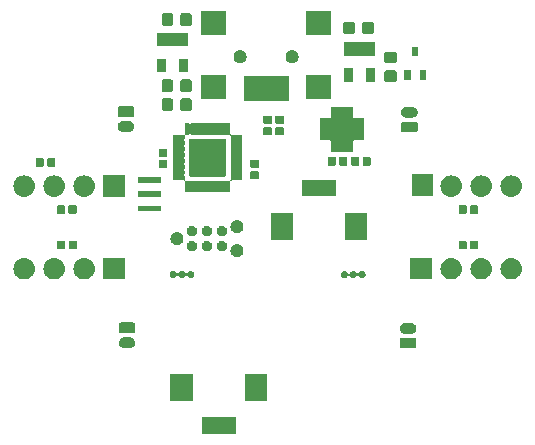
<source format=gts>
G04 #@! TF.GenerationSoftware,KiCad,Pcbnew,(5.1.0)-1*
G04 #@! TF.CreationDate,2019-03-26T08:32:57+01:00*
G04 #@! TF.ProjectId,node,6e6f6465-2e6b-4696-9361-645f70636258,rev?*
G04 #@! TF.SameCoordinates,Original*
G04 #@! TF.FileFunction,Soldermask,Top*
G04 #@! TF.FilePolarity,Negative*
%FSLAX46Y46*%
G04 Gerber Fmt 4.6, Leading zero omitted, Abs format (unit mm)*
G04 Created by KiCad (PCBNEW (5.1.0)-1) date 2019-03-26 08:32:57*
%MOMM*%
%LPD*%
G04 APERTURE LIST*
%ADD10C,0.100000*%
G04 APERTURE END LIST*
D10*
G36*
X144326000Y-99976000D02*
G01*
X141424000Y-99976000D01*
X141424000Y-98574000D01*
X144326000Y-98574000D01*
X144326000Y-99976000D01*
X144326000Y-99976000D01*
G37*
G36*
X146976000Y-97176000D02*
G01*
X145074000Y-97176000D01*
X145074000Y-94874000D01*
X146976000Y-94874000D01*
X146976000Y-97176000D01*
X146976000Y-97176000D01*
G37*
G36*
X140676000Y-97176000D02*
G01*
X138774000Y-97176000D01*
X138774000Y-94874000D01*
X140676000Y-94874000D01*
X140676000Y-97176000D01*
X140676000Y-97176000D01*
G37*
G36*
X159469683Y-91852725D02*
G01*
X159500143Y-91861966D01*
X159528223Y-91876974D01*
X159552831Y-91897169D01*
X159573026Y-91921777D01*
X159588034Y-91949857D01*
X159597275Y-91980317D01*
X159601000Y-92018140D01*
X159601000Y-92581860D01*
X159597275Y-92619683D01*
X159588034Y-92650143D01*
X159573026Y-92678223D01*
X159552831Y-92702831D01*
X159528223Y-92723026D01*
X159500143Y-92738034D01*
X159469683Y-92747275D01*
X159431860Y-92751000D01*
X158368140Y-92751000D01*
X158330317Y-92747275D01*
X158299857Y-92738034D01*
X158271777Y-92723026D01*
X158247169Y-92702831D01*
X158226974Y-92678223D01*
X158211966Y-92650143D01*
X158202725Y-92619683D01*
X158199000Y-92581860D01*
X158199000Y-92018140D01*
X158202725Y-91980317D01*
X158211966Y-91949857D01*
X158226974Y-91921777D01*
X158247169Y-91897169D01*
X158271777Y-91876974D01*
X158299857Y-91861966D01*
X158330317Y-91852725D01*
X158368140Y-91849000D01*
X159431860Y-91849000D01*
X159469683Y-91852725D01*
X159469683Y-91852725D01*
G37*
G36*
X135438410Y-91805525D02*
G01*
X135523426Y-91831314D01*
X135601775Y-91873193D01*
X135670449Y-91929551D01*
X135726807Y-91998225D01*
X135768686Y-92076574D01*
X135794475Y-92161590D01*
X135803182Y-92250000D01*
X135794475Y-92338410D01*
X135768686Y-92423426D01*
X135726807Y-92501775D01*
X135670449Y-92570449D01*
X135601775Y-92626807D01*
X135523426Y-92668686D01*
X135438410Y-92694475D01*
X135372158Y-92701000D01*
X134827842Y-92701000D01*
X134761590Y-92694475D01*
X134676574Y-92668686D01*
X134598225Y-92626807D01*
X134529551Y-92570449D01*
X134473193Y-92501775D01*
X134431314Y-92423426D01*
X134405525Y-92338410D01*
X134396818Y-92250000D01*
X134405525Y-92161590D01*
X134431314Y-92076574D01*
X134473193Y-91998225D01*
X134529551Y-91929551D01*
X134598225Y-91873193D01*
X134676574Y-91831314D01*
X134761590Y-91805525D01*
X134827842Y-91799000D01*
X135372158Y-91799000D01*
X135438410Y-91805525D01*
X135438410Y-91805525D01*
G37*
G36*
X159238410Y-90605525D02*
G01*
X159323426Y-90631314D01*
X159401775Y-90673193D01*
X159470449Y-90729551D01*
X159526807Y-90798225D01*
X159568686Y-90876574D01*
X159594475Y-90961590D01*
X159603182Y-91050000D01*
X159594475Y-91138410D01*
X159568686Y-91223426D01*
X159526807Y-91301775D01*
X159470449Y-91370449D01*
X159401775Y-91426807D01*
X159323426Y-91468686D01*
X159238410Y-91494475D01*
X159172158Y-91501000D01*
X158627842Y-91501000D01*
X158561590Y-91494475D01*
X158476574Y-91468686D01*
X158398225Y-91426807D01*
X158329551Y-91370449D01*
X158273193Y-91301775D01*
X158231314Y-91223426D01*
X158205525Y-91138410D01*
X158196818Y-91050000D01*
X158205525Y-90961590D01*
X158231314Y-90876574D01*
X158273193Y-90798225D01*
X158329551Y-90729551D01*
X158398225Y-90673193D01*
X158476574Y-90631314D01*
X158561590Y-90605525D01*
X158627842Y-90599000D01*
X159172158Y-90599000D01*
X159238410Y-90605525D01*
X159238410Y-90605525D01*
G37*
G36*
X135669683Y-90552725D02*
G01*
X135700143Y-90561966D01*
X135728223Y-90576974D01*
X135752831Y-90597169D01*
X135773026Y-90621777D01*
X135788034Y-90649857D01*
X135797275Y-90680317D01*
X135801000Y-90718140D01*
X135801000Y-91281860D01*
X135797275Y-91319683D01*
X135788034Y-91350143D01*
X135773026Y-91378223D01*
X135752831Y-91402831D01*
X135728223Y-91423026D01*
X135700143Y-91438034D01*
X135669683Y-91447275D01*
X135631860Y-91451000D01*
X134568140Y-91451000D01*
X134530317Y-91447275D01*
X134499857Y-91438034D01*
X134471777Y-91423026D01*
X134447169Y-91402831D01*
X134426974Y-91378223D01*
X134411966Y-91350143D01*
X134402725Y-91319683D01*
X134399000Y-91281860D01*
X134399000Y-90718140D01*
X134402725Y-90680317D01*
X134411966Y-90649857D01*
X134426974Y-90621777D01*
X134447169Y-90597169D01*
X134471777Y-90576974D01*
X134499857Y-90561966D01*
X134530317Y-90552725D01*
X134568140Y-90549000D01*
X135631860Y-90549000D01*
X135669683Y-90552725D01*
X135669683Y-90552725D01*
G37*
G36*
X134901000Y-86901000D02*
G01*
X133099000Y-86901000D01*
X133099000Y-85099000D01*
X134901000Y-85099000D01*
X134901000Y-86901000D01*
X134901000Y-86901000D01*
G37*
G36*
X160901000Y-86901000D02*
G01*
X159099000Y-86901000D01*
X159099000Y-85099000D01*
X160901000Y-85099000D01*
X160901000Y-86901000D01*
X160901000Y-86901000D01*
G37*
G36*
X131570443Y-85105519D02*
G01*
X131636627Y-85112037D01*
X131806466Y-85163557D01*
X131962991Y-85247222D01*
X131998729Y-85276552D01*
X132100186Y-85359814D01*
X132183448Y-85461271D01*
X132212778Y-85497009D01*
X132296443Y-85653534D01*
X132347963Y-85823373D01*
X132365359Y-86000000D01*
X132347963Y-86176627D01*
X132296443Y-86346466D01*
X132212778Y-86502991D01*
X132190902Y-86529647D01*
X132100186Y-86640186D01*
X131998729Y-86723448D01*
X131962991Y-86752778D01*
X131806466Y-86836443D01*
X131636627Y-86887963D01*
X131570442Y-86894482D01*
X131504260Y-86901000D01*
X131415740Y-86901000D01*
X131349558Y-86894482D01*
X131283373Y-86887963D01*
X131113534Y-86836443D01*
X130957009Y-86752778D01*
X130921271Y-86723448D01*
X130819814Y-86640186D01*
X130729098Y-86529647D01*
X130707222Y-86502991D01*
X130623557Y-86346466D01*
X130572037Y-86176627D01*
X130554641Y-86000000D01*
X130572037Y-85823373D01*
X130623557Y-85653534D01*
X130707222Y-85497009D01*
X130736552Y-85461271D01*
X130819814Y-85359814D01*
X130921271Y-85276552D01*
X130957009Y-85247222D01*
X131113534Y-85163557D01*
X131283373Y-85112037D01*
X131349557Y-85105519D01*
X131415740Y-85099000D01*
X131504260Y-85099000D01*
X131570443Y-85105519D01*
X131570443Y-85105519D01*
G37*
G36*
X129030443Y-85105519D02*
G01*
X129096627Y-85112037D01*
X129266466Y-85163557D01*
X129422991Y-85247222D01*
X129458729Y-85276552D01*
X129560186Y-85359814D01*
X129643448Y-85461271D01*
X129672778Y-85497009D01*
X129756443Y-85653534D01*
X129807963Y-85823373D01*
X129825359Y-86000000D01*
X129807963Y-86176627D01*
X129756443Y-86346466D01*
X129672778Y-86502991D01*
X129650902Y-86529647D01*
X129560186Y-86640186D01*
X129458729Y-86723448D01*
X129422991Y-86752778D01*
X129266466Y-86836443D01*
X129096627Y-86887963D01*
X129030442Y-86894482D01*
X128964260Y-86901000D01*
X128875740Y-86901000D01*
X128809558Y-86894482D01*
X128743373Y-86887963D01*
X128573534Y-86836443D01*
X128417009Y-86752778D01*
X128381271Y-86723448D01*
X128279814Y-86640186D01*
X128189098Y-86529647D01*
X128167222Y-86502991D01*
X128083557Y-86346466D01*
X128032037Y-86176627D01*
X128014641Y-86000000D01*
X128032037Y-85823373D01*
X128083557Y-85653534D01*
X128167222Y-85497009D01*
X128196552Y-85461271D01*
X128279814Y-85359814D01*
X128381271Y-85276552D01*
X128417009Y-85247222D01*
X128573534Y-85163557D01*
X128743373Y-85112037D01*
X128809557Y-85105519D01*
X128875740Y-85099000D01*
X128964260Y-85099000D01*
X129030443Y-85105519D01*
X129030443Y-85105519D01*
G37*
G36*
X126490443Y-85105519D02*
G01*
X126556627Y-85112037D01*
X126726466Y-85163557D01*
X126882991Y-85247222D01*
X126918729Y-85276552D01*
X127020186Y-85359814D01*
X127103448Y-85461271D01*
X127132778Y-85497009D01*
X127216443Y-85653534D01*
X127267963Y-85823373D01*
X127285359Y-86000000D01*
X127267963Y-86176627D01*
X127216443Y-86346466D01*
X127132778Y-86502991D01*
X127110902Y-86529647D01*
X127020186Y-86640186D01*
X126918729Y-86723448D01*
X126882991Y-86752778D01*
X126726466Y-86836443D01*
X126556627Y-86887963D01*
X126490442Y-86894482D01*
X126424260Y-86901000D01*
X126335740Y-86901000D01*
X126269558Y-86894482D01*
X126203373Y-86887963D01*
X126033534Y-86836443D01*
X125877009Y-86752778D01*
X125841271Y-86723448D01*
X125739814Y-86640186D01*
X125649098Y-86529647D01*
X125627222Y-86502991D01*
X125543557Y-86346466D01*
X125492037Y-86176627D01*
X125474641Y-86000000D01*
X125492037Y-85823373D01*
X125543557Y-85653534D01*
X125627222Y-85497009D01*
X125656552Y-85461271D01*
X125739814Y-85359814D01*
X125841271Y-85276552D01*
X125877009Y-85247222D01*
X126033534Y-85163557D01*
X126203373Y-85112037D01*
X126269557Y-85105519D01*
X126335740Y-85099000D01*
X126424260Y-85099000D01*
X126490443Y-85105519D01*
X126490443Y-85105519D01*
G37*
G36*
X165190443Y-85105519D02*
G01*
X165256627Y-85112037D01*
X165426466Y-85163557D01*
X165582991Y-85247222D01*
X165618729Y-85276552D01*
X165720186Y-85359814D01*
X165803448Y-85461271D01*
X165832778Y-85497009D01*
X165916443Y-85653534D01*
X165967963Y-85823373D01*
X165985359Y-86000000D01*
X165967963Y-86176627D01*
X165916443Y-86346466D01*
X165832778Y-86502991D01*
X165810902Y-86529647D01*
X165720186Y-86640186D01*
X165618729Y-86723448D01*
X165582991Y-86752778D01*
X165426466Y-86836443D01*
X165256627Y-86887963D01*
X165190442Y-86894482D01*
X165124260Y-86901000D01*
X165035740Y-86901000D01*
X164969558Y-86894482D01*
X164903373Y-86887963D01*
X164733534Y-86836443D01*
X164577009Y-86752778D01*
X164541271Y-86723448D01*
X164439814Y-86640186D01*
X164349098Y-86529647D01*
X164327222Y-86502991D01*
X164243557Y-86346466D01*
X164192037Y-86176627D01*
X164174641Y-86000000D01*
X164192037Y-85823373D01*
X164243557Y-85653534D01*
X164327222Y-85497009D01*
X164356552Y-85461271D01*
X164439814Y-85359814D01*
X164541271Y-85276552D01*
X164577009Y-85247222D01*
X164733534Y-85163557D01*
X164903373Y-85112037D01*
X164969557Y-85105519D01*
X165035740Y-85099000D01*
X165124260Y-85099000D01*
X165190443Y-85105519D01*
X165190443Y-85105519D01*
G37*
G36*
X162650443Y-85105519D02*
G01*
X162716627Y-85112037D01*
X162886466Y-85163557D01*
X163042991Y-85247222D01*
X163078729Y-85276552D01*
X163180186Y-85359814D01*
X163263448Y-85461271D01*
X163292778Y-85497009D01*
X163376443Y-85653534D01*
X163427963Y-85823373D01*
X163445359Y-86000000D01*
X163427963Y-86176627D01*
X163376443Y-86346466D01*
X163292778Y-86502991D01*
X163270902Y-86529647D01*
X163180186Y-86640186D01*
X163078729Y-86723448D01*
X163042991Y-86752778D01*
X162886466Y-86836443D01*
X162716627Y-86887963D01*
X162650442Y-86894482D01*
X162584260Y-86901000D01*
X162495740Y-86901000D01*
X162429558Y-86894482D01*
X162363373Y-86887963D01*
X162193534Y-86836443D01*
X162037009Y-86752778D01*
X162001271Y-86723448D01*
X161899814Y-86640186D01*
X161809098Y-86529647D01*
X161787222Y-86502991D01*
X161703557Y-86346466D01*
X161652037Y-86176627D01*
X161634641Y-86000000D01*
X161652037Y-85823373D01*
X161703557Y-85653534D01*
X161787222Y-85497009D01*
X161816552Y-85461271D01*
X161899814Y-85359814D01*
X162001271Y-85276552D01*
X162037009Y-85247222D01*
X162193534Y-85163557D01*
X162363373Y-85112037D01*
X162429557Y-85105519D01*
X162495740Y-85099000D01*
X162584260Y-85099000D01*
X162650443Y-85105519D01*
X162650443Y-85105519D01*
G37*
G36*
X167730443Y-85105519D02*
G01*
X167796627Y-85112037D01*
X167966466Y-85163557D01*
X168122991Y-85247222D01*
X168158729Y-85276552D01*
X168260186Y-85359814D01*
X168343448Y-85461271D01*
X168372778Y-85497009D01*
X168456443Y-85653534D01*
X168507963Y-85823373D01*
X168525359Y-86000000D01*
X168507963Y-86176627D01*
X168456443Y-86346466D01*
X168372778Y-86502991D01*
X168350902Y-86529647D01*
X168260186Y-86640186D01*
X168158729Y-86723448D01*
X168122991Y-86752778D01*
X167966466Y-86836443D01*
X167796627Y-86887963D01*
X167730442Y-86894482D01*
X167664260Y-86901000D01*
X167575740Y-86901000D01*
X167509558Y-86894482D01*
X167443373Y-86887963D01*
X167273534Y-86836443D01*
X167117009Y-86752778D01*
X167081271Y-86723448D01*
X166979814Y-86640186D01*
X166889098Y-86529647D01*
X166867222Y-86502991D01*
X166783557Y-86346466D01*
X166732037Y-86176627D01*
X166714641Y-86000000D01*
X166732037Y-85823373D01*
X166783557Y-85653534D01*
X166867222Y-85497009D01*
X166896552Y-85461271D01*
X166979814Y-85359814D01*
X167081271Y-85276552D01*
X167117009Y-85247222D01*
X167273534Y-85163557D01*
X167443373Y-85112037D01*
X167509557Y-85105519D01*
X167575740Y-85099000D01*
X167664260Y-85099000D01*
X167730443Y-85105519D01*
X167730443Y-85105519D01*
G37*
G36*
X153587797Y-86210567D02*
G01*
X153642575Y-86233257D01*
X153642577Y-86233258D01*
X153691876Y-86266198D01*
X153733802Y-86308124D01*
X153759421Y-86346466D01*
X153771067Y-86363896D01*
X153786612Y-86382838D01*
X153805554Y-86398383D01*
X153827165Y-86409934D01*
X153850614Y-86417047D01*
X153875000Y-86419449D01*
X153899386Y-86417047D01*
X153922835Y-86409934D01*
X153944446Y-86398383D01*
X153963388Y-86382838D01*
X153978933Y-86363896D01*
X153990579Y-86346466D01*
X154016198Y-86308124D01*
X154058124Y-86266198D01*
X154107423Y-86233258D01*
X154107425Y-86233257D01*
X154162203Y-86210567D01*
X154220353Y-86199000D01*
X154279647Y-86199000D01*
X154337797Y-86210567D01*
X154392575Y-86233257D01*
X154392577Y-86233258D01*
X154441876Y-86266198D01*
X154483802Y-86308124D01*
X154509421Y-86346466D01*
X154521067Y-86363896D01*
X154536612Y-86382838D01*
X154555554Y-86398383D01*
X154577165Y-86409934D01*
X154600614Y-86417047D01*
X154625000Y-86419449D01*
X154649386Y-86417047D01*
X154672835Y-86409934D01*
X154694446Y-86398383D01*
X154713388Y-86382838D01*
X154728933Y-86363896D01*
X154740579Y-86346466D01*
X154766198Y-86308124D01*
X154808124Y-86266198D01*
X154857423Y-86233258D01*
X154857425Y-86233257D01*
X154912203Y-86210567D01*
X154970353Y-86199000D01*
X155029647Y-86199000D01*
X155087797Y-86210567D01*
X155142575Y-86233257D01*
X155142577Y-86233258D01*
X155191876Y-86266198D01*
X155233802Y-86308124D01*
X155259422Y-86346468D01*
X155266743Y-86357425D01*
X155289433Y-86412203D01*
X155301000Y-86470353D01*
X155301000Y-86529647D01*
X155289433Y-86587797D01*
X155266743Y-86642575D01*
X155266742Y-86642577D01*
X155233802Y-86691876D01*
X155191876Y-86733802D01*
X155142577Y-86766742D01*
X155142576Y-86766743D01*
X155142575Y-86766743D01*
X155087797Y-86789433D01*
X155029647Y-86801000D01*
X154970353Y-86801000D01*
X154912203Y-86789433D01*
X154857425Y-86766743D01*
X154857424Y-86766743D01*
X154857423Y-86766742D01*
X154808124Y-86733802D01*
X154766198Y-86691876D01*
X154733258Y-86642577D01*
X154733257Y-86642575D01*
X154728933Y-86636104D01*
X154713388Y-86617162D01*
X154694446Y-86601617D01*
X154672835Y-86590066D01*
X154649386Y-86582953D01*
X154625000Y-86580551D01*
X154600614Y-86582953D01*
X154577165Y-86590066D01*
X154555554Y-86601617D01*
X154536612Y-86617162D01*
X154521067Y-86636104D01*
X154516743Y-86642575D01*
X154516742Y-86642577D01*
X154483802Y-86691876D01*
X154441876Y-86733802D01*
X154392577Y-86766742D01*
X154392576Y-86766743D01*
X154392575Y-86766743D01*
X154337797Y-86789433D01*
X154279647Y-86801000D01*
X154220353Y-86801000D01*
X154162203Y-86789433D01*
X154107425Y-86766743D01*
X154107424Y-86766743D01*
X154107423Y-86766742D01*
X154058124Y-86733802D01*
X154016198Y-86691876D01*
X153983258Y-86642577D01*
X153983257Y-86642575D01*
X153978933Y-86636104D01*
X153963388Y-86617162D01*
X153944446Y-86601617D01*
X153922835Y-86590066D01*
X153899386Y-86582953D01*
X153875000Y-86580551D01*
X153850614Y-86582953D01*
X153827165Y-86590066D01*
X153805554Y-86601617D01*
X153786612Y-86617162D01*
X153771067Y-86636104D01*
X153766743Y-86642575D01*
X153766742Y-86642577D01*
X153733802Y-86691876D01*
X153691876Y-86733802D01*
X153642577Y-86766742D01*
X153642576Y-86766743D01*
X153642575Y-86766743D01*
X153587797Y-86789433D01*
X153529647Y-86801000D01*
X153470353Y-86801000D01*
X153412203Y-86789433D01*
X153357425Y-86766743D01*
X153357424Y-86766743D01*
X153357423Y-86766742D01*
X153308124Y-86733802D01*
X153266198Y-86691876D01*
X153233258Y-86642577D01*
X153233257Y-86642575D01*
X153210567Y-86587797D01*
X153199000Y-86529647D01*
X153199000Y-86470353D01*
X153210567Y-86412203D01*
X153233257Y-86357425D01*
X153240578Y-86346468D01*
X153266198Y-86308124D01*
X153308124Y-86266198D01*
X153357423Y-86233258D01*
X153357425Y-86233257D01*
X153412203Y-86210567D01*
X153470353Y-86199000D01*
X153529647Y-86199000D01*
X153587797Y-86210567D01*
X153587797Y-86210567D01*
G37*
G36*
X139087797Y-86210567D02*
G01*
X139142575Y-86233257D01*
X139142577Y-86233258D01*
X139191876Y-86266198D01*
X139233802Y-86308124D01*
X139259421Y-86346466D01*
X139271067Y-86363896D01*
X139286612Y-86382838D01*
X139305554Y-86398383D01*
X139327165Y-86409934D01*
X139350614Y-86417047D01*
X139375000Y-86419449D01*
X139399386Y-86417047D01*
X139422835Y-86409934D01*
X139444446Y-86398383D01*
X139463388Y-86382838D01*
X139478933Y-86363896D01*
X139490579Y-86346466D01*
X139516198Y-86308124D01*
X139558124Y-86266198D01*
X139607423Y-86233258D01*
X139607425Y-86233257D01*
X139662203Y-86210567D01*
X139720353Y-86199000D01*
X139779647Y-86199000D01*
X139837797Y-86210567D01*
X139892575Y-86233257D01*
X139892577Y-86233258D01*
X139941876Y-86266198D01*
X139983802Y-86308124D01*
X140009421Y-86346466D01*
X140021067Y-86363896D01*
X140036612Y-86382838D01*
X140055554Y-86398383D01*
X140077165Y-86409934D01*
X140100614Y-86417047D01*
X140125000Y-86419449D01*
X140149386Y-86417047D01*
X140172835Y-86409934D01*
X140194446Y-86398383D01*
X140213388Y-86382838D01*
X140228933Y-86363896D01*
X140240579Y-86346466D01*
X140266198Y-86308124D01*
X140308124Y-86266198D01*
X140357423Y-86233258D01*
X140357425Y-86233257D01*
X140412203Y-86210567D01*
X140470353Y-86199000D01*
X140529647Y-86199000D01*
X140587797Y-86210567D01*
X140642575Y-86233257D01*
X140642577Y-86233258D01*
X140691876Y-86266198D01*
X140733802Y-86308124D01*
X140759422Y-86346468D01*
X140766743Y-86357425D01*
X140789433Y-86412203D01*
X140801000Y-86470353D01*
X140801000Y-86529647D01*
X140789433Y-86587797D01*
X140766743Y-86642575D01*
X140766742Y-86642577D01*
X140733802Y-86691876D01*
X140691876Y-86733802D01*
X140642577Y-86766742D01*
X140642576Y-86766743D01*
X140642575Y-86766743D01*
X140587797Y-86789433D01*
X140529647Y-86801000D01*
X140470353Y-86801000D01*
X140412203Y-86789433D01*
X140357425Y-86766743D01*
X140357424Y-86766743D01*
X140357423Y-86766742D01*
X140308124Y-86733802D01*
X140266198Y-86691876D01*
X140233258Y-86642577D01*
X140233257Y-86642575D01*
X140228933Y-86636104D01*
X140213388Y-86617162D01*
X140194446Y-86601617D01*
X140172835Y-86590066D01*
X140149386Y-86582953D01*
X140125000Y-86580551D01*
X140100614Y-86582953D01*
X140077165Y-86590066D01*
X140055554Y-86601617D01*
X140036612Y-86617162D01*
X140021067Y-86636104D01*
X140016743Y-86642575D01*
X140016742Y-86642577D01*
X139983802Y-86691876D01*
X139941876Y-86733802D01*
X139892577Y-86766742D01*
X139892576Y-86766743D01*
X139892575Y-86766743D01*
X139837797Y-86789433D01*
X139779647Y-86801000D01*
X139720353Y-86801000D01*
X139662203Y-86789433D01*
X139607425Y-86766743D01*
X139607424Y-86766743D01*
X139607423Y-86766742D01*
X139558124Y-86733802D01*
X139516198Y-86691876D01*
X139483258Y-86642577D01*
X139483257Y-86642575D01*
X139478933Y-86636104D01*
X139463388Y-86617162D01*
X139444446Y-86601617D01*
X139422835Y-86590066D01*
X139399386Y-86582953D01*
X139375000Y-86580551D01*
X139350614Y-86582953D01*
X139327165Y-86590066D01*
X139305554Y-86601617D01*
X139286612Y-86617162D01*
X139271067Y-86636104D01*
X139266743Y-86642575D01*
X139266742Y-86642577D01*
X139233802Y-86691876D01*
X139191876Y-86733802D01*
X139142577Y-86766742D01*
X139142576Y-86766743D01*
X139142575Y-86766743D01*
X139087797Y-86789433D01*
X139029647Y-86801000D01*
X138970353Y-86801000D01*
X138912203Y-86789433D01*
X138857425Y-86766743D01*
X138857424Y-86766743D01*
X138857423Y-86766742D01*
X138808124Y-86733802D01*
X138766198Y-86691876D01*
X138733258Y-86642577D01*
X138733257Y-86642575D01*
X138710567Y-86587797D01*
X138699000Y-86529647D01*
X138699000Y-86470353D01*
X138710567Y-86412203D01*
X138733257Y-86357425D01*
X138740578Y-86346468D01*
X138766198Y-86308124D01*
X138808124Y-86266198D01*
X138857423Y-86233258D01*
X138857425Y-86233257D01*
X138912203Y-86210567D01*
X138970353Y-86199000D01*
X139029647Y-86199000D01*
X139087797Y-86210567D01*
X139087797Y-86210567D01*
G37*
G36*
X144505578Y-83919197D02*
G01*
X144558350Y-83929694D01*
X144657770Y-83970875D01*
X144747246Y-84030661D01*
X144823339Y-84106754D01*
X144883125Y-84196230D01*
X144924306Y-84295650D01*
X144945300Y-84401194D01*
X144945300Y-84508806D01*
X144924306Y-84614350D01*
X144883125Y-84713770D01*
X144823339Y-84803246D01*
X144747246Y-84879339D01*
X144657770Y-84939125D01*
X144558350Y-84980306D01*
X144505578Y-84990803D01*
X144452807Y-85001300D01*
X144345193Y-85001300D01*
X144292422Y-84990803D01*
X144239650Y-84980306D01*
X144140230Y-84939125D01*
X144050754Y-84879339D01*
X143974661Y-84803246D01*
X143914875Y-84713770D01*
X143873694Y-84614350D01*
X143852700Y-84508806D01*
X143852700Y-84401194D01*
X143873694Y-84295650D01*
X143914875Y-84196230D01*
X143974661Y-84106754D01*
X144050754Y-84030661D01*
X144140230Y-83970875D01*
X144239650Y-83929694D01*
X144292422Y-83919197D01*
X144345193Y-83908700D01*
X144452807Y-83908700D01*
X144505578Y-83919197D01*
X144505578Y-83919197D01*
G37*
G36*
X141988714Y-83646389D02*
G01*
X142069064Y-83679671D01*
X142069645Y-83679912D01*
X142142480Y-83728579D01*
X142204421Y-83790520D01*
X142253088Y-83863355D01*
X142286611Y-83944286D01*
X142303700Y-84030201D01*
X142303700Y-84117799D01*
X142286611Y-84203714D01*
X142253088Y-84284645D01*
X142204421Y-84357480D01*
X142142480Y-84419421D01*
X142069645Y-84468088D01*
X142069644Y-84468089D01*
X142069643Y-84468089D01*
X141988714Y-84501611D01*
X141902801Y-84518700D01*
X141815199Y-84518700D01*
X141729286Y-84501611D01*
X141648357Y-84468089D01*
X141648356Y-84468089D01*
X141648355Y-84468088D01*
X141575520Y-84419421D01*
X141513579Y-84357480D01*
X141464912Y-84284645D01*
X141431389Y-84203714D01*
X141414300Y-84117799D01*
X141414300Y-84030201D01*
X141431389Y-83944286D01*
X141464912Y-83863355D01*
X141513579Y-83790520D01*
X141575520Y-83728579D01*
X141648355Y-83679912D01*
X141648937Y-83679671D01*
X141729286Y-83646389D01*
X141815199Y-83629300D01*
X141902801Y-83629300D01*
X141988714Y-83646389D01*
X141988714Y-83646389D01*
G37*
G36*
X143258714Y-83646389D02*
G01*
X143339064Y-83679671D01*
X143339645Y-83679912D01*
X143412480Y-83728579D01*
X143474421Y-83790520D01*
X143523088Y-83863355D01*
X143556611Y-83944286D01*
X143573700Y-84030201D01*
X143573700Y-84117799D01*
X143556611Y-84203714D01*
X143523088Y-84284645D01*
X143474421Y-84357480D01*
X143412480Y-84419421D01*
X143339645Y-84468088D01*
X143339644Y-84468089D01*
X143339643Y-84468089D01*
X143258714Y-84501611D01*
X143172801Y-84518700D01*
X143085199Y-84518700D01*
X142999286Y-84501611D01*
X142918357Y-84468089D01*
X142918356Y-84468089D01*
X142918355Y-84468088D01*
X142845520Y-84419421D01*
X142783579Y-84357480D01*
X142734912Y-84284645D01*
X142701389Y-84203714D01*
X142684300Y-84117799D01*
X142684300Y-84030201D01*
X142701389Y-83944286D01*
X142734912Y-83863355D01*
X142783579Y-83790520D01*
X142845520Y-83728579D01*
X142918355Y-83679912D01*
X142918937Y-83679671D01*
X142999286Y-83646389D01*
X143085199Y-83629300D01*
X143172801Y-83629300D01*
X143258714Y-83646389D01*
X143258714Y-83646389D01*
G37*
G36*
X140718714Y-83646389D02*
G01*
X140799064Y-83679671D01*
X140799645Y-83679912D01*
X140872480Y-83728579D01*
X140934421Y-83790520D01*
X140983088Y-83863355D01*
X141016611Y-83944286D01*
X141033700Y-84030201D01*
X141033700Y-84117799D01*
X141016611Y-84203714D01*
X140983088Y-84284645D01*
X140934421Y-84357480D01*
X140872480Y-84419421D01*
X140799645Y-84468088D01*
X140799644Y-84468089D01*
X140799643Y-84468089D01*
X140718714Y-84501611D01*
X140632801Y-84518700D01*
X140545199Y-84518700D01*
X140459286Y-84501611D01*
X140378357Y-84468089D01*
X140378356Y-84468089D01*
X140378355Y-84468088D01*
X140305520Y-84419421D01*
X140243579Y-84357480D01*
X140194912Y-84284645D01*
X140161389Y-84203714D01*
X140144300Y-84117799D01*
X140144300Y-84030201D01*
X140161389Y-83944286D01*
X140194912Y-83863355D01*
X140243579Y-83790520D01*
X140305520Y-83728579D01*
X140378355Y-83679912D01*
X140378937Y-83679671D01*
X140459286Y-83646389D01*
X140545199Y-83629300D01*
X140632801Y-83629300D01*
X140718714Y-83646389D01*
X140718714Y-83646389D01*
G37*
G36*
X130756938Y-83631716D02*
G01*
X130777557Y-83637971D01*
X130796553Y-83648124D01*
X130813208Y-83661792D01*
X130826876Y-83678447D01*
X130837029Y-83697443D01*
X130843284Y-83718062D01*
X130846000Y-83745640D01*
X130846000Y-84254360D01*
X130843284Y-84281938D01*
X130837029Y-84302557D01*
X130826876Y-84321553D01*
X130813208Y-84338208D01*
X130796553Y-84351876D01*
X130777557Y-84362029D01*
X130756938Y-84368284D01*
X130729360Y-84371000D01*
X130270640Y-84371000D01*
X130243062Y-84368284D01*
X130222443Y-84362029D01*
X130203447Y-84351876D01*
X130186792Y-84338208D01*
X130173124Y-84321553D01*
X130162971Y-84302557D01*
X130156716Y-84281938D01*
X130154000Y-84254360D01*
X130154000Y-83745640D01*
X130156716Y-83718062D01*
X130162971Y-83697443D01*
X130173124Y-83678447D01*
X130186792Y-83661792D01*
X130203447Y-83648124D01*
X130222443Y-83637971D01*
X130243062Y-83631716D01*
X130270640Y-83629000D01*
X130729360Y-83629000D01*
X130756938Y-83631716D01*
X130756938Y-83631716D01*
G37*
G36*
X129786938Y-83631716D02*
G01*
X129807557Y-83637971D01*
X129826553Y-83648124D01*
X129843208Y-83661792D01*
X129856876Y-83678447D01*
X129867029Y-83697443D01*
X129873284Y-83718062D01*
X129876000Y-83745640D01*
X129876000Y-84254360D01*
X129873284Y-84281938D01*
X129867029Y-84302557D01*
X129856876Y-84321553D01*
X129843208Y-84338208D01*
X129826553Y-84351876D01*
X129807557Y-84362029D01*
X129786938Y-84368284D01*
X129759360Y-84371000D01*
X129300640Y-84371000D01*
X129273062Y-84368284D01*
X129252443Y-84362029D01*
X129233447Y-84351876D01*
X129216792Y-84338208D01*
X129203124Y-84321553D01*
X129192971Y-84302557D01*
X129186716Y-84281938D01*
X129184000Y-84254360D01*
X129184000Y-83745640D01*
X129186716Y-83718062D01*
X129192971Y-83697443D01*
X129203124Y-83678447D01*
X129216792Y-83661792D01*
X129233447Y-83648124D01*
X129252443Y-83637971D01*
X129273062Y-83631716D01*
X129300640Y-83629000D01*
X129759360Y-83629000D01*
X129786938Y-83631716D01*
X129786938Y-83631716D01*
G37*
G36*
X163771938Y-83631716D02*
G01*
X163792557Y-83637971D01*
X163811553Y-83648124D01*
X163828208Y-83661792D01*
X163841876Y-83678447D01*
X163852029Y-83697443D01*
X163858284Y-83718062D01*
X163861000Y-83745640D01*
X163861000Y-84254360D01*
X163858284Y-84281938D01*
X163852029Y-84302557D01*
X163841876Y-84321553D01*
X163828208Y-84338208D01*
X163811553Y-84351876D01*
X163792557Y-84362029D01*
X163771938Y-84368284D01*
X163744360Y-84371000D01*
X163285640Y-84371000D01*
X163258062Y-84368284D01*
X163237443Y-84362029D01*
X163218447Y-84351876D01*
X163201792Y-84338208D01*
X163188124Y-84321553D01*
X163177971Y-84302557D01*
X163171716Y-84281938D01*
X163169000Y-84254360D01*
X163169000Y-83745640D01*
X163171716Y-83718062D01*
X163177971Y-83697443D01*
X163188124Y-83678447D01*
X163201792Y-83661792D01*
X163218447Y-83648124D01*
X163237443Y-83637971D01*
X163258062Y-83631716D01*
X163285640Y-83629000D01*
X163744360Y-83629000D01*
X163771938Y-83631716D01*
X163771938Y-83631716D01*
G37*
G36*
X164741938Y-83631716D02*
G01*
X164762557Y-83637971D01*
X164781553Y-83648124D01*
X164798208Y-83661792D01*
X164811876Y-83678447D01*
X164822029Y-83697443D01*
X164828284Y-83718062D01*
X164831000Y-83745640D01*
X164831000Y-84254360D01*
X164828284Y-84281938D01*
X164822029Y-84302557D01*
X164811876Y-84321553D01*
X164798208Y-84338208D01*
X164781553Y-84351876D01*
X164762557Y-84362029D01*
X164741938Y-84368284D01*
X164714360Y-84371000D01*
X164255640Y-84371000D01*
X164228062Y-84368284D01*
X164207443Y-84362029D01*
X164188447Y-84351876D01*
X164171792Y-84338208D01*
X164158124Y-84321553D01*
X164147971Y-84302557D01*
X164141716Y-84281938D01*
X164139000Y-84254360D01*
X164139000Y-83745640D01*
X164141716Y-83718062D01*
X164147971Y-83697443D01*
X164158124Y-83678447D01*
X164171792Y-83661792D01*
X164188447Y-83648124D01*
X164207443Y-83637971D01*
X164228062Y-83631716D01*
X164255640Y-83629000D01*
X164714360Y-83629000D01*
X164741938Y-83631716D01*
X164741938Y-83631716D01*
G37*
G36*
X139425578Y-82903197D02*
G01*
X139478350Y-82913694D01*
X139577770Y-82954875D01*
X139667246Y-83014661D01*
X139743339Y-83090754D01*
X139803125Y-83180230D01*
X139844306Y-83279650D01*
X139865300Y-83385194D01*
X139865300Y-83492806D01*
X139844306Y-83598350D01*
X139803125Y-83697770D01*
X139743339Y-83787246D01*
X139667246Y-83863339D01*
X139577770Y-83923125D01*
X139478350Y-83964306D01*
X139445325Y-83970875D01*
X139372807Y-83985300D01*
X139265193Y-83985300D01*
X139192675Y-83970875D01*
X139159650Y-83964306D01*
X139060230Y-83923125D01*
X138970754Y-83863339D01*
X138894661Y-83787246D01*
X138834875Y-83697770D01*
X138793694Y-83598350D01*
X138772700Y-83492806D01*
X138772700Y-83385194D01*
X138793694Y-83279650D01*
X138834875Y-83180230D01*
X138894661Y-83090754D01*
X138970754Y-83014661D01*
X139060230Y-82954875D01*
X139159650Y-82913694D01*
X139212422Y-82903197D01*
X139265193Y-82892700D01*
X139372807Y-82892700D01*
X139425578Y-82903197D01*
X139425578Y-82903197D01*
G37*
G36*
X149151000Y-83551000D02*
G01*
X147249000Y-83551000D01*
X147249000Y-81249000D01*
X149151000Y-81249000D01*
X149151000Y-83551000D01*
X149151000Y-83551000D01*
G37*
G36*
X155451000Y-83551000D02*
G01*
X153549000Y-83551000D01*
X153549000Y-81249000D01*
X155451000Y-81249000D01*
X155451000Y-83551000D01*
X155451000Y-83551000D01*
G37*
G36*
X140718714Y-82376389D02*
G01*
X140799645Y-82409912D01*
X140872480Y-82458579D01*
X140934421Y-82520520D01*
X140983088Y-82593355D01*
X141016611Y-82674286D01*
X141033700Y-82760201D01*
X141033700Y-82847799D01*
X141016611Y-82933714D01*
X140983088Y-83014645D01*
X140934421Y-83087480D01*
X140872480Y-83149421D01*
X140799645Y-83198088D01*
X140799644Y-83198089D01*
X140799643Y-83198089D01*
X140718714Y-83231611D01*
X140632801Y-83248700D01*
X140545199Y-83248700D01*
X140459286Y-83231611D01*
X140378357Y-83198089D01*
X140378356Y-83198089D01*
X140378355Y-83198088D01*
X140305520Y-83149421D01*
X140243579Y-83087480D01*
X140194912Y-83014645D01*
X140161389Y-82933714D01*
X140144300Y-82847799D01*
X140144300Y-82760201D01*
X140161389Y-82674286D01*
X140194912Y-82593355D01*
X140243579Y-82520520D01*
X140305520Y-82458579D01*
X140378355Y-82409912D01*
X140459286Y-82376389D01*
X140545199Y-82359300D01*
X140632801Y-82359300D01*
X140718714Y-82376389D01*
X140718714Y-82376389D01*
G37*
G36*
X141988714Y-82376389D02*
G01*
X142069645Y-82409912D01*
X142142480Y-82458579D01*
X142204421Y-82520520D01*
X142253088Y-82593355D01*
X142286611Y-82674286D01*
X142303700Y-82760201D01*
X142303700Y-82847799D01*
X142286611Y-82933714D01*
X142253088Y-83014645D01*
X142204421Y-83087480D01*
X142142480Y-83149421D01*
X142069645Y-83198088D01*
X142069644Y-83198089D01*
X142069643Y-83198089D01*
X141988714Y-83231611D01*
X141902801Y-83248700D01*
X141815199Y-83248700D01*
X141729286Y-83231611D01*
X141648357Y-83198089D01*
X141648356Y-83198089D01*
X141648355Y-83198088D01*
X141575520Y-83149421D01*
X141513579Y-83087480D01*
X141464912Y-83014645D01*
X141431389Y-82933714D01*
X141414300Y-82847799D01*
X141414300Y-82760201D01*
X141431389Y-82674286D01*
X141464912Y-82593355D01*
X141513579Y-82520520D01*
X141575520Y-82458579D01*
X141648355Y-82409912D01*
X141729286Y-82376389D01*
X141815199Y-82359300D01*
X141902801Y-82359300D01*
X141988714Y-82376389D01*
X141988714Y-82376389D01*
G37*
G36*
X143258714Y-82376389D02*
G01*
X143339645Y-82409912D01*
X143412480Y-82458579D01*
X143474421Y-82520520D01*
X143523088Y-82593355D01*
X143556611Y-82674286D01*
X143573700Y-82760201D01*
X143573700Y-82847799D01*
X143556611Y-82933714D01*
X143523088Y-83014645D01*
X143474421Y-83087480D01*
X143412480Y-83149421D01*
X143339645Y-83198088D01*
X143339644Y-83198089D01*
X143339643Y-83198089D01*
X143258714Y-83231611D01*
X143172801Y-83248700D01*
X143085199Y-83248700D01*
X142999286Y-83231611D01*
X142918357Y-83198089D01*
X142918356Y-83198089D01*
X142918355Y-83198088D01*
X142845520Y-83149421D01*
X142783579Y-83087480D01*
X142734912Y-83014645D01*
X142701389Y-82933714D01*
X142684300Y-82847799D01*
X142684300Y-82760201D01*
X142701389Y-82674286D01*
X142734912Y-82593355D01*
X142783579Y-82520520D01*
X142845520Y-82458579D01*
X142918355Y-82409912D01*
X142999286Y-82376389D01*
X143085199Y-82359300D01*
X143172801Y-82359300D01*
X143258714Y-82376389D01*
X143258714Y-82376389D01*
G37*
G36*
X144505578Y-81887197D02*
G01*
X144558350Y-81897694D01*
X144657770Y-81938875D01*
X144747246Y-81998661D01*
X144823339Y-82074754D01*
X144883125Y-82164230D01*
X144924306Y-82263650D01*
X144945300Y-82369194D01*
X144945300Y-82476806D01*
X144924306Y-82582350D01*
X144883125Y-82681770D01*
X144823339Y-82771246D01*
X144747246Y-82847339D01*
X144657770Y-82907125D01*
X144558350Y-82948306D01*
X144525325Y-82954875D01*
X144452807Y-82969300D01*
X144345193Y-82969300D01*
X144272675Y-82954875D01*
X144239650Y-82948306D01*
X144140230Y-82907125D01*
X144050754Y-82847339D01*
X143974661Y-82771246D01*
X143914875Y-82681770D01*
X143873694Y-82582350D01*
X143852700Y-82476806D01*
X143852700Y-82369194D01*
X143873694Y-82263650D01*
X143914875Y-82164230D01*
X143974661Y-82074754D01*
X144050754Y-81998661D01*
X144140230Y-81938875D01*
X144239650Y-81897694D01*
X144292422Y-81887197D01*
X144345193Y-81876700D01*
X144452807Y-81876700D01*
X144505578Y-81887197D01*
X144505578Y-81887197D01*
G37*
G36*
X130741938Y-80631716D02*
G01*
X130762557Y-80637971D01*
X130781553Y-80648124D01*
X130798208Y-80661792D01*
X130811876Y-80678447D01*
X130822029Y-80697443D01*
X130828284Y-80718062D01*
X130831000Y-80745640D01*
X130831000Y-81254360D01*
X130828284Y-81281938D01*
X130822029Y-81302557D01*
X130811876Y-81321553D01*
X130798208Y-81338208D01*
X130781553Y-81351876D01*
X130762557Y-81362029D01*
X130741938Y-81368284D01*
X130714360Y-81371000D01*
X130255640Y-81371000D01*
X130228062Y-81368284D01*
X130207443Y-81362029D01*
X130188447Y-81351876D01*
X130171792Y-81338208D01*
X130158124Y-81321553D01*
X130147971Y-81302557D01*
X130141716Y-81281938D01*
X130139000Y-81254360D01*
X130139000Y-80745640D01*
X130141716Y-80718062D01*
X130147971Y-80697443D01*
X130158124Y-80678447D01*
X130171792Y-80661792D01*
X130188447Y-80648124D01*
X130207443Y-80637971D01*
X130228062Y-80631716D01*
X130255640Y-80629000D01*
X130714360Y-80629000D01*
X130741938Y-80631716D01*
X130741938Y-80631716D01*
G37*
G36*
X129771938Y-80631716D02*
G01*
X129792557Y-80637971D01*
X129811553Y-80648124D01*
X129828208Y-80661792D01*
X129841876Y-80678447D01*
X129852029Y-80697443D01*
X129858284Y-80718062D01*
X129861000Y-80745640D01*
X129861000Y-81254360D01*
X129858284Y-81281938D01*
X129852029Y-81302557D01*
X129841876Y-81321553D01*
X129828208Y-81338208D01*
X129811553Y-81351876D01*
X129792557Y-81362029D01*
X129771938Y-81368284D01*
X129744360Y-81371000D01*
X129285640Y-81371000D01*
X129258062Y-81368284D01*
X129237443Y-81362029D01*
X129218447Y-81351876D01*
X129201792Y-81338208D01*
X129188124Y-81321553D01*
X129177971Y-81302557D01*
X129171716Y-81281938D01*
X129169000Y-81254360D01*
X129169000Y-80745640D01*
X129171716Y-80718062D01*
X129177971Y-80697443D01*
X129188124Y-80678447D01*
X129201792Y-80661792D01*
X129218447Y-80648124D01*
X129237443Y-80637971D01*
X129258062Y-80631716D01*
X129285640Y-80629000D01*
X129744360Y-80629000D01*
X129771938Y-80631716D01*
X129771938Y-80631716D01*
G37*
G36*
X163771938Y-80631716D02*
G01*
X163792557Y-80637971D01*
X163811553Y-80648124D01*
X163828208Y-80661792D01*
X163841876Y-80678447D01*
X163852029Y-80697443D01*
X163858284Y-80718062D01*
X163861000Y-80745640D01*
X163861000Y-81254360D01*
X163858284Y-81281938D01*
X163852029Y-81302557D01*
X163841876Y-81321553D01*
X163828208Y-81338208D01*
X163811553Y-81351876D01*
X163792557Y-81362029D01*
X163771938Y-81368284D01*
X163744360Y-81371000D01*
X163285640Y-81371000D01*
X163258062Y-81368284D01*
X163237443Y-81362029D01*
X163218447Y-81351876D01*
X163201792Y-81338208D01*
X163188124Y-81321553D01*
X163177971Y-81302557D01*
X163171716Y-81281938D01*
X163169000Y-81254360D01*
X163169000Y-80745640D01*
X163171716Y-80718062D01*
X163177971Y-80697443D01*
X163188124Y-80678447D01*
X163201792Y-80661792D01*
X163218447Y-80648124D01*
X163237443Y-80637971D01*
X163258062Y-80631716D01*
X163285640Y-80629000D01*
X163744360Y-80629000D01*
X163771938Y-80631716D01*
X163771938Y-80631716D01*
G37*
G36*
X164741938Y-80631716D02*
G01*
X164762557Y-80637971D01*
X164781553Y-80648124D01*
X164798208Y-80661792D01*
X164811876Y-80678447D01*
X164822029Y-80697443D01*
X164828284Y-80718062D01*
X164831000Y-80745640D01*
X164831000Y-81254360D01*
X164828284Y-81281938D01*
X164822029Y-81302557D01*
X164811876Y-81321553D01*
X164798208Y-81338208D01*
X164781553Y-81351876D01*
X164762557Y-81362029D01*
X164741938Y-81368284D01*
X164714360Y-81371000D01*
X164255640Y-81371000D01*
X164228062Y-81368284D01*
X164207443Y-81362029D01*
X164188447Y-81351876D01*
X164171792Y-81338208D01*
X164158124Y-81321553D01*
X164147971Y-81302557D01*
X164141716Y-81281938D01*
X164139000Y-81254360D01*
X164139000Y-80745640D01*
X164141716Y-80718062D01*
X164147971Y-80697443D01*
X164158124Y-80678447D01*
X164171792Y-80661792D01*
X164188447Y-80648124D01*
X164207443Y-80637971D01*
X164228062Y-80631716D01*
X164255640Y-80629000D01*
X164714360Y-80629000D01*
X164741938Y-80631716D01*
X164741938Y-80631716D01*
G37*
G36*
X138001000Y-81151000D02*
G01*
X135999000Y-81151000D01*
X135999000Y-80649000D01*
X138001000Y-80649000D01*
X138001000Y-81151000D01*
X138001000Y-81151000D01*
G37*
G36*
X138001000Y-79951000D02*
G01*
X135999000Y-79951000D01*
X135999000Y-79449000D01*
X138001000Y-79449000D01*
X138001000Y-79951000D01*
X138001000Y-79951000D01*
G37*
G36*
X165190442Y-78105518D02*
G01*
X165256627Y-78112037D01*
X165426466Y-78163557D01*
X165426468Y-78163558D01*
X165473750Y-78188831D01*
X165582991Y-78247222D01*
X165600998Y-78262000D01*
X165720186Y-78359814D01*
X165792875Y-78448387D01*
X165832778Y-78497009D01*
X165916443Y-78653534D01*
X165967963Y-78823373D01*
X165985359Y-79000000D01*
X165967963Y-79176627D01*
X165916443Y-79346466D01*
X165832778Y-79502991D01*
X165813895Y-79526000D01*
X165720186Y-79640186D01*
X165618729Y-79723448D01*
X165582991Y-79752778D01*
X165426466Y-79836443D01*
X165256627Y-79887963D01*
X165190442Y-79894482D01*
X165124260Y-79901000D01*
X165035740Y-79901000D01*
X164969558Y-79894482D01*
X164903373Y-79887963D01*
X164733534Y-79836443D01*
X164577009Y-79752778D01*
X164541271Y-79723448D01*
X164439814Y-79640186D01*
X164346105Y-79526000D01*
X164327222Y-79502991D01*
X164243557Y-79346466D01*
X164192037Y-79176627D01*
X164174641Y-79000000D01*
X164192037Y-78823373D01*
X164243557Y-78653534D01*
X164327222Y-78497009D01*
X164367125Y-78448387D01*
X164439814Y-78359814D01*
X164559002Y-78262000D01*
X164577009Y-78247222D01*
X164686250Y-78188831D01*
X164733532Y-78163558D01*
X164733534Y-78163557D01*
X164903373Y-78112037D01*
X164969558Y-78105518D01*
X165035740Y-78099000D01*
X165124260Y-78099000D01*
X165190442Y-78105518D01*
X165190442Y-78105518D01*
G37*
G36*
X167730442Y-78105518D02*
G01*
X167796627Y-78112037D01*
X167966466Y-78163557D01*
X167966468Y-78163558D01*
X168013750Y-78188831D01*
X168122991Y-78247222D01*
X168140998Y-78262000D01*
X168260186Y-78359814D01*
X168332875Y-78448387D01*
X168372778Y-78497009D01*
X168456443Y-78653534D01*
X168507963Y-78823373D01*
X168525359Y-79000000D01*
X168507963Y-79176627D01*
X168456443Y-79346466D01*
X168372778Y-79502991D01*
X168353895Y-79526000D01*
X168260186Y-79640186D01*
X168158729Y-79723448D01*
X168122991Y-79752778D01*
X167966466Y-79836443D01*
X167796627Y-79887963D01*
X167730442Y-79894482D01*
X167664260Y-79901000D01*
X167575740Y-79901000D01*
X167509558Y-79894482D01*
X167443373Y-79887963D01*
X167273534Y-79836443D01*
X167117009Y-79752778D01*
X167081271Y-79723448D01*
X166979814Y-79640186D01*
X166886105Y-79526000D01*
X166867222Y-79502991D01*
X166783557Y-79346466D01*
X166732037Y-79176627D01*
X166714641Y-79000000D01*
X166732037Y-78823373D01*
X166783557Y-78653534D01*
X166867222Y-78497009D01*
X166907125Y-78448387D01*
X166979814Y-78359814D01*
X167099002Y-78262000D01*
X167117009Y-78247222D01*
X167226250Y-78188831D01*
X167273532Y-78163558D01*
X167273534Y-78163557D01*
X167443373Y-78112037D01*
X167509558Y-78105518D01*
X167575740Y-78099000D01*
X167664260Y-78099000D01*
X167730442Y-78105518D01*
X167730442Y-78105518D01*
G37*
G36*
X134901000Y-79901000D02*
G01*
X133099000Y-79901000D01*
X133099000Y-78099000D01*
X134901000Y-78099000D01*
X134901000Y-79901000D01*
X134901000Y-79901000D01*
G37*
G36*
X131570442Y-78105518D02*
G01*
X131636627Y-78112037D01*
X131806466Y-78163557D01*
X131806468Y-78163558D01*
X131853750Y-78188831D01*
X131962991Y-78247222D01*
X131980998Y-78262000D01*
X132100186Y-78359814D01*
X132172875Y-78448387D01*
X132212778Y-78497009D01*
X132296443Y-78653534D01*
X132347963Y-78823373D01*
X132365359Y-79000000D01*
X132347963Y-79176627D01*
X132296443Y-79346466D01*
X132212778Y-79502991D01*
X132193895Y-79526000D01*
X132100186Y-79640186D01*
X131998729Y-79723448D01*
X131962991Y-79752778D01*
X131806466Y-79836443D01*
X131636627Y-79887963D01*
X131570442Y-79894482D01*
X131504260Y-79901000D01*
X131415740Y-79901000D01*
X131349558Y-79894482D01*
X131283373Y-79887963D01*
X131113534Y-79836443D01*
X130957009Y-79752778D01*
X130921271Y-79723448D01*
X130819814Y-79640186D01*
X130726105Y-79526000D01*
X130707222Y-79502991D01*
X130623557Y-79346466D01*
X130572037Y-79176627D01*
X130554641Y-79000000D01*
X130572037Y-78823373D01*
X130623557Y-78653534D01*
X130707222Y-78497009D01*
X130747125Y-78448387D01*
X130819814Y-78359814D01*
X130939002Y-78262000D01*
X130957009Y-78247222D01*
X131066250Y-78188831D01*
X131113532Y-78163558D01*
X131113534Y-78163557D01*
X131283373Y-78112037D01*
X131349558Y-78105518D01*
X131415740Y-78099000D01*
X131504260Y-78099000D01*
X131570442Y-78105518D01*
X131570442Y-78105518D01*
G37*
G36*
X162650442Y-78105518D02*
G01*
X162716627Y-78112037D01*
X162886466Y-78163557D01*
X162886468Y-78163558D01*
X162933750Y-78188831D01*
X163042991Y-78247222D01*
X163060998Y-78262000D01*
X163180186Y-78359814D01*
X163252875Y-78448387D01*
X163292778Y-78497009D01*
X163376443Y-78653534D01*
X163427963Y-78823373D01*
X163445359Y-79000000D01*
X163427963Y-79176627D01*
X163376443Y-79346466D01*
X163292778Y-79502991D01*
X163273895Y-79526000D01*
X163180186Y-79640186D01*
X163078729Y-79723448D01*
X163042991Y-79752778D01*
X162886466Y-79836443D01*
X162716627Y-79887963D01*
X162650442Y-79894482D01*
X162584260Y-79901000D01*
X162495740Y-79901000D01*
X162429558Y-79894482D01*
X162363373Y-79887963D01*
X162193534Y-79836443D01*
X162037009Y-79752778D01*
X162001271Y-79723448D01*
X161899814Y-79640186D01*
X161806105Y-79526000D01*
X161787222Y-79502991D01*
X161703557Y-79346466D01*
X161652037Y-79176627D01*
X161634641Y-79000000D01*
X161652037Y-78823373D01*
X161703557Y-78653534D01*
X161787222Y-78497009D01*
X161827125Y-78448387D01*
X161899814Y-78359814D01*
X162019002Y-78262000D01*
X162037009Y-78247222D01*
X162146250Y-78188831D01*
X162193532Y-78163558D01*
X162193534Y-78163557D01*
X162363373Y-78112037D01*
X162429558Y-78105518D01*
X162495740Y-78099000D01*
X162584260Y-78099000D01*
X162650442Y-78105518D01*
X162650442Y-78105518D01*
G37*
G36*
X129030442Y-78105518D02*
G01*
X129096627Y-78112037D01*
X129266466Y-78163557D01*
X129266468Y-78163558D01*
X129313750Y-78188831D01*
X129422991Y-78247222D01*
X129440998Y-78262000D01*
X129560186Y-78359814D01*
X129632875Y-78448387D01*
X129672778Y-78497009D01*
X129756443Y-78653534D01*
X129807963Y-78823373D01*
X129825359Y-79000000D01*
X129807963Y-79176627D01*
X129756443Y-79346466D01*
X129672778Y-79502991D01*
X129653895Y-79526000D01*
X129560186Y-79640186D01*
X129458729Y-79723448D01*
X129422991Y-79752778D01*
X129266466Y-79836443D01*
X129096627Y-79887963D01*
X129030442Y-79894482D01*
X128964260Y-79901000D01*
X128875740Y-79901000D01*
X128809558Y-79894482D01*
X128743373Y-79887963D01*
X128573534Y-79836443D01*
X128417009Y-79752778D01*
X128381271Y-79723448D01*
X128279814Y-79640186D01*
X128186105Y-79526000D01*
X128167222Y-79502991D01*
X128083557Y-79346466D01*
X128032037Y-79176627D01*
X128014641Y-79000000D01*
X128032037Y-78823373D01*
X128083557Y-78653534D01*
X128167222Y-78497009D01*
X128207125Y-78448387D01*
X128279814Y-78359814D01*
X128399002Y-78262000D01*
X128417009Y-78247222D01*
X128526250Y-78188831D01*
X128573532Y-78163558D01*
X128573534Y-78163557D01*
X128743373Y-78112037D01*
X128809558Y-78105518D01*
X128875740Y-78099000D01*
X128964260Y-78099000D01*
X129030442Y-78105518D01*
X129030442Y-78105518D01*
G37*
G36*
X126490442Y-78105518D02*
G01*
X126556627Y-78112037D01*
X126726466Y-78163557D01*
X126726468Y-78163558D01*
X126773750Y-78188831D01*
X126882991Y-78247222D01*
X126900998Y-78262000D01*
X127020186Y-78359814D01*
X127092875Y-78448387D01*
X127132778Y-78497009D01*
X127216443Y-78653534D01*
X127267963Y-78823373D01*
X127285359Y-79000000D01*
X127267963Y-79176627D01*
X127216443Y-79346466D01*
X127132778Y-79502991D01*
X127113895Y-79526000D01*
X127020186Y-79640186D01*
X126918729Y-79723448D01*
X126882991Y-79752778D01*
X126726466Y-79836443D01*
X126556627Y-79887963D01*
X126490442Y-79894482D01*
X126424260Y-79901000D01*
X126335740Y-79901000D01*
X126269558Y-79894482D01*
X126203373Y-79887963D01*
X126033534Y-79836443D01*
X125877009Y-79752778D01*
X125841271Y-79723448D01*
X125739814Y-79640186D01*
X125646105Y-79526000D01*
X125627222Y-79502991D01*
X125543557Y-79346466D01*
X125492037Y-79176627D01*
X125474641Y-79000000D01*
X125492037Y-78823373D01*
X125543557Y-78653534D01*
X125627222Y-78497009D01*
X125667125Y-78448387D01*
X125739814Y-78359814D01*
X125859002Y-78262000D01*
X125877009Y-78247222D01*
X125986250Y-78188831D01*
X126033532Y-78163558D01*
X126033534Y-78163557D01*
X126203373Y-78112037D01*
X126269558Y-78105518D01*
X126335740Y-78099000D01*
X126424260Y-78099000D01*
X126490442Y-78105518D01*
X126490442Y-78105518D01*
G37*
G36*
X152801000Y-79851000D02*
G01*
X149899000Y-79851000D01*
X149899000Y-78449000D01*
X152801000Y-78449000D01*
X152801000Y-79851000D01*
X152801000Y-79851000D01*
G37*
G36*
X161001000Y-79801000D02*
G01*
X159199000Y-79801000D01*
X159199000Y-77999000D01*
X161001000Y-77999000D01*
X161001000Y-79801000D01*
X161001000Y-79801000D01*
G37*
G36*
X140325355Y-73675083D02*
G01*
X140330029Y-73676501D01*
X140334330Y-73678800D01*
X140340702Y-73684029D01*
X140361076Y-73697643D01*
X140383715Y-73707020D01*
X140407749Y-73711800D01*
X140432253Y-73711800D01*
X140456286Y-73707019D01*
X140478925Y-73697642D01*
X140499298Y-73684029D01*
X140505670Y-73678800D01*
X140509971Y-73676501D01*
X140514645Y-73675083D01*
X140525641Y-73674000D01*
X140814359Y-73674000D01*
X140825355Y-73675083D01*
X140830029Y-73676501D01*
X140834330Y-73678800D01*
X140840702Y-73684029D01*
X140861076Y-73697643D01*
X140883715Y-73707020D01*
X140907749Y-73711800D01*
X140932253Y-73711800D01*
X140956286Y-73707019D01*
X140978925Y-73697642D01*
X140999298Y-73684029D01*
X141005670Y-73678800D01*
X141009971Y-73676501D01*
X141014645Y-73675083D01*
X141025641Y-73674000D01*
X141314359Y-73674000D01*
X141325355Y-73675083D01*
X141330029Y-73676501D01*
X141334330Y-73678800D01*
X141340702Y-73684029D01*
X141361076Y-73697643D01*
X141383715Y-73707020D01*
X141407749Y-73711800D01*
X141432253Y-73711800D01*
X141456286Y-73707019D01*
X141478925Y-73697642D01*
X141499298Y-73684029D01*
X141505670Y-73678800D01*
X141509971Y-73676501D01*
X141514645Y-73675083D01*
X141525641Y-73674000D01*
X141814359Y-73674000D01*
X141825355Y-73675083D01*
X141830029Y-73676501D01*
X141834330Y-73678800D01*
X141840702Y-73684029D01*
X141861076Y-73697643D01*
X141883715Y-73707020D01*
X141907749Y-73711800D01*
X141932253Y-73711800D01*
X141956286Y-73707019D01*
X141978925Y-73697642D01*
X141999298Y-73684029D01*
X142005670Y-73678800D01*
X142009971Y-73676501D01*
X142014645Y-73675083D01*
X142025641Y-73674000D01*
X142314359Y-73674000D01*
X142325355Y-73675083D01*
X142330029Y-73676501D01*
X142334330Y-73678800D01*
X142340702Y-73684029D01*
X142361076Y-73697643D01*
X142383715Y-73707020D01*
X142407749Y-73711800D01*
X142432253Y-73711800D01*
X142456286Y-73707019D01*
X142478925Y-73697642D01*
X142499298Y-73684029D01*
X142505670Y-73678800D01*
X142509971Y-73676501D01*
X142514645Y-73675083D01*
X142525641Y-73674000D01*
X142814359Y-73674000D01*
X142825355Y-73675083D01*
X142830029Y-73676501D01*
X142834330Y-73678800D01*
X142840702Y-73684029D01*
X142861076Y-73697643D01*
X142883715Y-73707020D01*
X142907749Y-73711800D01*
X142932253Y-73711800D01*
X142956286Y-73707019D01*
X142978925Y-73697642D01*
X142999298Y-73684029D01*
X143005670Y-73678800D01*
X143009971Y-73676501D01*
X143014645Y-73675083D01*
X143025641Y-73674000D01*
X143314359Y-73674000D01*
X143325355Y-73675083D01*
X143330029Y-73676501D01*
X143334330Y-73678800D01*
X143340702Y-73684029D01*
X143361076Y-73697643D01*
X143383715Y-73707020D01*
X143407749Y-73711800D01*
X143432253Y-73711800D01*
X143456286Y-73707019D01*
X143478925Y-73697642D01*
X143499298Y-73684029D01*
X143505670Y-73678800D01*
X143509971Y-73676501D01*
X143514645Y-73675083D01*
X143525641Y-73674000D01*
X143814359Y-73674000D01*
X143825355Y-73675083D01*
X143830029Y-73676501D01*
X143834331Y-73678800D01*
X143838104Y-73681896D01*
X143841200Y-73685669D01*
X143843499Y-73689971D01*
X143844917Y-73694645D01*
X143846000Y-73705641D01*
X143846000Y-74549001D01*
X143848402Y-74573387D01*
X143855515Y-74596836D01*
X143867066Y-74618447D01*
X143882611Y-74637389D01*
X143901553Y-74652934D01*
X143923164Y-74664485D01*
X143946613Y-74671598D01*
X143970999Y-74674000D01*
X144814359Y-74674000D01*
X144825355Y-74675083D01*
X144830029Y-74676501D01*
X144834331Y-74678800D01*
X144838104Y-74681896D01*
X144841200Y-74685669D01*
X144843499Y-74689971D01*
X144844917Y-74694645D01*
X144846000Y-74705641D01*
X144846000Y-74994359D01*
X144844917Y-75005355D01*
X144843499Y-75010029D01*
X144841200Y-75014330D01*
X144835971Y-75020702D01*
X144822357Y-75041076D01*
X144812980Y-75063715D01*
X144808200Y-75087749D01*
X144808200Y-75112253D01*
X144812981Y-75136286D01*
X144822358Y-75158925D01*
X144835971Y-75179298D01*
X144841200Y-75185670D01*
X144843499Y-75189971D01*
X144844917Y-75194645D01*
X144846000Y-75205641D01*
X144846000Y-75494359D01*
X144844917Y-75505355D01*
X144843499Y-75510029D01*
X144841200Y-75514330D01*
X144835971Y-75520702D01*
X144822357Y-75541076D01*
X144812980Y-75563715D01*
X144808200Y-75587749D01*
X144808200Y-75612253D01*
X144812981Y-75636286D01*
X144822358Y-75658925D01*
X144835971Y-75679298D01*
X144841200Y-75685670D01*
X144843499Y-75689971D01*
X144844917Y-75694645D01*
X144846000Y-75705641D01*
X144846000Y-75994359D01*
X144844917Y-76005355D01*
X144843499Y-76010029D01*
X144841200Y-76014330D01*
X144835971Y-76020702D01*
X144822357Y-76041076D01*
X144812980Y-76063715D01*
X144808200Y-76087749D01*
X144808200Y-76112253D01*
X144812981Y-76136286D01*
X144822358Y-76158925D01*
X144835971Y-76179298D01*
X144841200Y-76185670D01*
X144843499Y-76189971D01*
X144844917Y-76194645D01*
X144846000Y-76205641D01*
X144846000Y-76494359D01*
X144844917Y-76505355D01*
X144843499Y-76510029D01*
X144841200Y-76514330D01*
X144835971Y-76520702D01*
X144822357Y-76541076D01*
X144812980Y-76563715D01*
X144808200Y-76587749D01*
X144808200Y-76612253D01*
X144812981Y-76636286D01*
X144822358Y-76658925D01*
X144835971Y-76679298D01*
X144841200Y-76685670D01*
X144843499Y-76689971D01*
X144844917Y-76694645D01*
X144846000Y-76705641D01*
X144846000Y-76994359D01*
X144844917Y-77005355D01*
X144843499Y-77010029D01*
X144841200Y-77014330D01*
X144835971Y-77020702D01*
X144822357Y-77041076D01*
X144812980Y-77063715D01*
X144808200Y-77087749D01*
X144808200Y-77112253D01*
X144812981Y-77136286D01*
X144822358Y-77158925D01*
X144835971Y-77179298D01*
X144841200Y-77185670D01*
X144843499Y-77189971D01*
X144844917Y-77194645D01*
X144846000Y-77205641D01*
X144846000Y-77494359D01*
X144844917Y-77505355D01*
X144843499Y-77510029D01*
X144841200Y-77514330D01*
X144835971Y-77520702D01*
X144822357Y-77541076D01*
X144812980Y-77563715D01*
X144808200Y-77587749D01*
X144808200Y-77612253D01*
X144812981Y-77636286D01*
X144822358Y-77658925D01*
X144835971Y-77679298D01*
X144841200Y-77685670D01*
X144843499Y-77689971D01*
X144844917Y-77694645D01*
X144846000Y-77705641D01*
X144846000Y-77994359D01*
X144844917Y-78005355D01*
X144843499Y-78010029D01*
X144841200Y-78014330D01*
X144835971Y-78020702D01*
X144822357Y-78041076D01*
X144812980Y-78063715D01*
X144808200Y-78087749D01*
X144808200Y-78112253D01*
X144812981Y-78136286D01*
X144822358Y-78158925D01*
X144835971Y-78179298D01*
X144841200Y-78185670D01*
X144843499Y-78189971D01*
X144844917Y-78194645D01*
X144846000Y-78205641D01*
X144846000Y-78494359D01*
X144844917Y-78505355D01*
X144843499Y-78510029D01*
X144841200Y-78514331D01*
X144838104Y-78518104D01*
X144834331Y-78521200D01*
X144830029Y-78523499D01*
X144825355Y-78524917D01*
X144814359Y-78526000D01*
X143970999Y-78526000D01*
X143946613Y-78528402D01*
X143923164Y-78535515D01*
X143901553Y-78547066D01*
X143882611Y-78562611D01*
X143867066Y-78581553D01*
X143855515Y-78603164D01*
X143848402Y-78626613D01*
X143846000Y-78650999D01*
X143846000Y-79494359D01*
X143844917Y-79505355D01*
X143843499Y-79510029D01*
X143841200Y-79514331D01*
X143838104Y-79518104D01*
X143834331Y-79521200D01*
X143830029Y-79523499D01*
X143825355Y-79524917D01*
X143814359Y-79526000D01*
X143525641Y-79526000D01*
X143514645Y-79524917D01*
X143509971Y-79523499D01*
X143505670Y-79521200D01*
X143499298Y-79515971D01*
X143478924Y-79502357D01*
X143456285Y-79492980D01*
X143432251Y-79488200D01*
X143407747Y-79488200D01*
X143383714Y-79492981D01*
X143361075Y-79502358D01*
X143340702Y-79515971D01*
X143334330Y-79521200D01*
X143330029Y-79523499D01*
X143325355Y-79524917D01*
X143314359Y-79526000D01*
X143025641Y-79526000D01*
X143014645Y-79524917D01*
X143009971Y-79523499D01*
X143005670Y-79521200D01*
X142999298Y-79515971D01*
X142978924Y-79502357D01*
X142956285Y-79492980D01*
X142932251Y-79488200D01*
X142907747Y-79488200D01*
X142883714Y-79492981D01*
X142861075Y-79502358D01*
X142840702Y-79515971D01*
X142834330Y-79521200D01*
X142830029Y-79523499D01*
X142825355Y-79524917D01*
X142814359Y-79526000D01*
X142525641Y-79526000D01*
X142514645Y-79524917D01*
X142509971Y-79523499D01*
X142505670Y-79521200D01*
X142499298Y-79515971D01*
X142478924Y-79502357D01*
X142456285Y-79492980D01*
X142432251Y-79488200D01*
X142407747Y-79488200D01*
X142383714Y-79492981D01*
X142361075Y-79502358D01*
X142340702Y-79515971D01*
X142334330Y-79521200D01*
X142330029Y-79523499D01*
X142325355Y-79524917D01*
X142314359Y-79526000D01*
X142025641Y-79526000D01*
X142014645Y-79524917D01*
X142009971Y-79523499D01*
X142005670Y-79521200D01*
X141999298Y-79515971D01*
X141978924Y-79502357D01*
X141956285Y-79492980D01*
X141932251Y-79488200D01*
X141907747Y-79488200D01*
X141883714Y-79492981D01*
X141861075Y-79502358D01*
X141840702Y-79515971D01*
X141834330Y-79521200D01*
X141830029Y-79523499D01*
X141825355Y-79524917D01*
X141814359Y-79526000D01*
X141525641Y-79526000D01*
X141514645Y-79524917D01*
X141509971Y-79523499D01*
X141505670Y-79521200D01*
X141499298Y-79515971D01*
X141478924Y-79502357D01*
X141456285Y-79492980D01*
X141432251Y-79488200D01*
X141407747Y-79488200D01*
X141383714Y-79492981D01*
X141361075Y-79502358D01*
X141340702Y-79515971D01*
X141334330Y-79521200D01*
X141330029Y-79523499D01*
X141325355Y-79524917D01*
X141314359Y-79526000D01*
X141025641Y-79526000D01*
X141014645Y-79524917D01*
X141009971Y-79523499D01*
X141005670Y-79521200D01*
X140999298Y-79515971D01*
X140978924Y-79502357D01*
X140956285Y-79492980D01*
X140932251Y-79488200D01*
X140907747Y-79488200D01*
X140883714Y-79492981D01*
X140861075Y-79502358D01*
X140840702Y-79515971D01*
X140834330Y-79521200D01*
X140830029Y-79523499D01*
X140825355Y-79524917D01*
X140814359Y-79526000D01*
X140525641Y-79526000D01*
X140514645Y-79524917D01*
X140509971Y-79523499D01*
X140505670Y-79521200D01*
X140499298Y-79515971D01*
X140478924Y-79502357D01*
X140456285Y-79492980D01*
X140432251Y-79488200D01*
X140407747Y-79488200D01*
X140383714Y-79492981D01*
X140361075Y-79502358D01*
X140340702Y-79515971D01*
X140334330Y-79521200D01*
X140330029Y-79523499D01*
X140325355Y-79524917D01*
X140314359Y-79526000D01*
X140025641Y-79526000D01*
X140014645Y-79524917D01*
X140009971Y-79523499D01*
X140005669Y-79521200D01*
X140001896Y-79518104D01*
X139998800Y-79514331D01*
X139996501Y-79510029D01*
X139995083Y-79505355D01*
X139994000Y-79494359D01*
X139994000Y-78650999D01*
X139991598Y-78626613D01*
X139984485Y-78603164D01*
X139972934Y-78581553D01*
X139957389Y-78562611D01*
X139938447Y-78547066D01*
X139916836Y-78535515D01*
X139893387Y-78528402D01*
X139869001Y-78526000D01*
X139025641Y-78526000D01*
X139014645Y-78524917D01*
X139009971Y-78523499D01*
X139005669Y-78521200D01*
X139001896Y-78518104D01*
X138998800Y-78514331D01*
X138996501Y-78510029D01*
X138995083Y-78505355D01*
X138994000Y-78494359D01*
X138994000Y-78205641D01*
X138995083Y-78194645D01*
X138996501Y-78189971D01*
X138998800Y-78185670D01*
X139004029Y-78179298D01*
X139017643Y-78158924D01*
X139027020Y-78136285D01*
X139031800Y-78112251D01*
X139031800Y-78087747D01*
X139027019Y-78063714D01*
X139017642Y-78041075D01*
X139004029Y-78020702D01*
X138998800Y-78014330D01*
X138996501Y-78010029D01*
X138995083Y-78005355D01*
X138994000Y-77994359D01*
X138994000Y-77705641D01*
X138995083Y-77694645D01*
X138996501Y-77689971D01*
X138998800Y-77685670D01*
X139004029Y-77679298D01*
X139017643Y-77658924D01*
X139027020Y-77636285D01*
X139031800Y-77612251D01*
X139031800Y-77587747D01*
X139027019Y-77563714D01*
X139017642Y-77541075D01*
X139004029Y-77520702D01*
X138998800Y-77514330D01*
X138996501Y-77510029D01*
X138995083Y-77505355D01*
X138994000Y-77494359D01*
X138994000Y-77205641D01*
X138995083Y-77194645D01*
X138996501Y-77189971D01*
X138998800Y-77185670D01*
X139004029Y-77179298D01*
X139017643Y-77158924D01*
X139027020Y-77136285D01*
X139031800Y-77112251D01*
X139031800Y-77087747D01*
X139027019Y-77063714D01*
X139017642Y-77041075D01*
X139004029Y-77020702D01*
X138998800Y-77014330D01*
X138996501Y-77010029D01*
X138995083Y-77005355D01*
X138994000Y-76994359D01*
X138994000Y-76705641D01*
X138995083Y-76694645D01*
X138996501Y-76689971D01*
X138998800Y-76685670D01*
X139004029Y-76679298D01*
X139017643Y-76658924D01*
X139027020Y-76636285D01*
X139031800Y-76612251D01*
X139031800Y-76587747D01*
X139027019Y-76563714D01*
X139017642Y-76541075D01*
X139004029Y-76520702D01*
X138998800Y-76514330D01*
X138996501Y-76510029D01*
X138995083Y-76505355D01*
X138994000Y-76494359D01*
X138994000Y-76205641D01*
X138995083Y-76194645D01*
X138996501Y-76189971D01*
X138998800Y-76185670D01*
X139004029Y-76179298D01*
X139017643Y-76158924D01*
X139027020Y-76136285D01*
X139031800Y-76112251D01*
X139031800Y-76087747D01*
X139027019Y-76063714D01*
X139017642Y-76041075D01*
X139004029Y-76020702D01*
X138998800Y-76014330D01*
X138996501Y-76010029D01*
X138995083Y-76005355D01*
X138994000Y-75994359D01*
X138994000Y-75705641D01*
X138995083Y-75694645D01*
X138996501Y-75689971D01*
X138998800Y-75685670D01*
X139004029Y-75679298D01*
X139017643Y-75658924D01*
X139027020Y-75636285D01*
X139031800Y-75612251D01*
X139031800Y-75587747D01*
X139027019Y-75563714D01*
X139017642Y-75541075D01*
X139004029Y-75520702D01*
X138998800Y-75514330D01*
X138996501Y-75510029D01*
X138995083Y-75505355D01*
X138994000Y-75494359D01*
X138994000Y-75205641D01*
X138995083Y-75194645D01*
X138996501Y-75189971D01*
X138998800Y-75185670D01*
X139004029Y-75179298D01*
X139017643Y-75158924D01*
X139027020Y-75136285D01*
X139031800Y-75112251D01*
X139031800Y-75087749D01*
X139933200Y-75087749D01*
X139933200Y-75112253D01*
X139937981Y-75136286D01*
X139947358Y-75158925D01*
X139960971Y-75179298D01*
X139966200Y-75185670D01*
X139968499Y-75189971D01*
X139969917Y-75194645D01*
X139971000Y-75205641D01*
X139971000Y-75494359D01*
X139969917Y-75505355D01*
X139968499Y-75510029D01*
X139966200Y-75514330D01*
X139960971Y-75520702D01*
X139947357Y-75541076D01*
X139937980Y-75563715D01*
X139933200Y-75587749D01*
X139933200Y-75612253D01*
X139937981Y-75636286D01*
X139947358Y-75658925D01*
X139960971Y-75679298D01*
X139966200Y-75685670D01*
X139968499Y-75689971D01*
X139969917Y-75694645D01*
X139971000Y-75705641D01*
X139971000Y-75994359D01*
X139969917Y-76005355D01*
X139968499Y-76010029D01*
X139966200Y-76014330D01*
X139960971Y-76020702D01*
X139947357Y-76041076D01*
X139937980Y-76063715D01*
X139933200Y-76087749D01*
X139933200Y-76112253D01*
X139937981Y-76136286D01*
X139947358Y-76158925D01*
X139960971Y-76179298D01*
X139966200Y-76185670D01*
X139968499Y-76189971D01*
X139969917Y-76194645D01*
X139971000Y-76205641D01*
X139971000Y-76494359D01*
X139969917Y-76505355D01*
X139968499Y-76510029D01*
X139966200Y-76514330D01*
X139960971Y-76520702D01*
X139947357Y-76541076D01*
X139937980Y-76563715D01*
X139933200Y-76587749D01*
X139933200Y-76612253D01*
X139937981Y-76636286D01*
X139947358Y-76658925D01*
X139960971Y-76679298D01*
X139966200Y-76685670D01*
X139968499Y-76689971D01*
X139969917Y-76694645D01*
X139971000Y-76705641D01*
X139971000Y-76994359D01*
X139969917Y-77005355D01*
X139968499Y-77010029D01*
X139966200Y-77014330D01*
X139960971Y-77020702D01*
X139947357Y-77041076D01*
X139937980Y-77063715D01*
X139933200Y-77087749D01*
X139933200Y-77112253D01*
X139937981Y-77136286D01*
X139947358Y-77158925D01*
X139960971Y-77179298D01*
X139966200Y-77185670D01*
X139968499Y-77189971D01*
X139969917Y-77194645D01*
X139971000Y-77205641D01*
X139971000Y-77494359D01*
X139969917Y-77505355D01*
X139968499Y-77510029D01*
X139966200Y-77514330D01*
X139960971Y-77520702D01*
X139947357Y-77541076D01*
X139937980Y-77563715D01*
X139933200Y-77587749D01*
X139933200Y-77612253D01*
X139937981Y-77636286D01*
X139947358Y-77658925D01*
X139960971Y-77679298D01*
X139966200Y-77685670D01*
X139968499Y-77689971D01*
X139969917Y-77694645D01*
X139971000Y-77705641D01*
X139971000Y-77994359D01*
X139969917Y-78005355D01*
X139968499Y-78010029D01*
X139966200Y-78014330D01*
X139960971Y-78020702D01*
X139947357Y-78041076D01*
X139937980Y-78063715D01*
X139933200Y-78087749D01*
X139933200Y-78112253D01*
X139937981Y-78136286D01*
X139947358Y-78158925D01*
X139960971Y-78179298D01*
X139966200Y-78185670D01*
X139968499Y-78189971D01*
X139969917Y-78194645D01*
X139971000Y-78205641D01*
X139971000Y-78424001D01*
X139973402Y-78448387D01*
X139980515Y-78471836D01*
X139992066Y-78493447D01*
X140007611Y-78512389D01*
X140026553Y-78527934D01*
X140048164Y-78539485D01*
X140071613Y-78546598D01*
X140095999Y-78549000D01*
X140314359Y-78549000D01*
X140325355Y-78550083D01*
X140330029Y-78551501D01*
X140334330Y-78553800D01*
X140340702Y-78559029D01*
X140361076Y-78572643D01*
X140383715Y-78582020D01*
X140407749Y-78586800D01*
X140432253Y-78586800D01*
X140456286Y-78582019D01*
X140478925Y-78572642D01*
X140499298Y-78559029D01*
X140505670Y-78553800D01*
X140509971Y-78551501D01*
X140514645Y-78550083D01*
X140525641Y-78549000D01*
X140814359Y-78549000D01*
X140825355Y-78550083D01*
X140830029Y-78551501D01*
X140834330Y-78553800D01*
X140840702Y-78559029D01*
X140861076Y-78572643D01*
X140883715Y-78582020D01*
X140907749Y-78586800D01*
X140932253Y-78586800D01*
X140956286Y-78582019D01*
X140978925Y-78572642D01*
X140999298Y-78559029D01*
X141005670Y-78553800D01*
X141009971Y-78551501D01*
X141014645Y-78550083D01*
X141025641Y-78549000D01*
X141314359Y-78549000D01*
X141325355Y-78550083D01*
X141330029Y-78551501D01*
X141334330Y-78553800D01*
X141340702Y-78559029D01*
X141361076Y-78572643D01*
X141383715Y-78582020D01*
X141407749Y-78586800D01*
X141432253Y-78586800D01*
X141456286Y-78582019D01*
X141478925Y-78572642D01*
X141499298Y-78559029D01*
X141505670Y-78553800D01*
X141509971Y-78551501D01*
X141514645Y-78550083D01*
X141525641Y-78549000D01*
X141814359Y-78549000D01*
X141825355Y-78550083D01*
X141830029Y-78551501D01*
X141834330Y-78553800D01*
X141840702Y-78559029D01*
X141861076Y-78572643D01*
X141883715Y-78582020D01*
X141907749Y-78586800D01*
X141932253Y-78586800D01*
X141956286Y-78582019D01*
X141978925Y-78572642D01*
X141999298Y-78559029D01*
X142005670Y-78553800D01*
X142009971Y-78551501D01*
X142014645Y-78550083D01*
X142025641Y-78549000D01*
X142314359Y-78549000D01*
X142325355Y-78550083D01*
X142330029Y-78551501D01*
X142334330Y-78553800D01*
X142340702Y-78559029D01*
X142361076Y-78572643D01*
X142383715Y-78582020D01*
X142407749Y-78586800D01*
X142432253Y-78586800D01*
X142456286Y-78582019D01*
X142478925Y-78572642D01*
X142499298Y-78559029D01*
X142505670Y-78553800D01*
X142509971Y-78551501D01*
X142514645Y-78550083D01*
X142525641Y-78549000D01*
X142814359Y-78549000D01*
X142825355Y-78550083D01*
X142830029Y-78551501D01*
X142834330Y-78553800D01*
X142840702Y-78559029D01*
X142861076Y-78572643D01*
X142883715Y-78582020D01*
X142907749Y-78586800D01*
X142932253Y-78586800D01*
X142956286Y-78582019D01*
X142978925Y-78572642D01*
X142999298Y-78559029D01*
X143005670Y-78553800D01*
X143009971Y-78551501D01*
X143014645Y-78550083D01*
X143025641Y-78549000D01*
X143314359Y-78549000D01*
X143325355Y-78550083D01*
X143330029Y-78551501D01*
X143334330Y-78553800D01*
X143340702Y-78559029D01*
X143361076Y-78572643D01*
X143383715Y-78582020D01*
X143407749Y-78586800D01*
X143432253Y-78586800D01*
X143456286Y-78582019D01*
X143478925Y-78572642D01*
X143499298Y-78559029D01*
X143505670Y-78553800D01*
X143509971Y-78551501D01*
X143514645Y-78550083D01*
X143525641Y-78549000D01*
X143744001Y-78549000D01*
X143768387Y-78546598D01*
X143791836Y-78539485D01*
X143813447Y-78527934D01*
X143832389Y-78512389D01*
X143847934Y-78493447D01*
X143859485Y-78471836D01*
X143866598Y-78448387D01*
X143869000Y-78424001D01*
X143869000Y-78205641D01*
X143870083Y-78194645D01*
X143871501Y-78189971D01*
X143873800Y-78185670D01*
X143879029Y-78179298D01*
X143892643Y-78158924D01*
X143902020Y-78136285D01*
X143906800Y-78112251D01*
X143906800Y-78087747D01*
X143902019Y-78063714D01*
X143892642Y-78041075D01*
X143879029Y-78020702D01*
X143873800Y-78014330D01*
X143871501Y-78010029D01*
X143870083Y-78005355D01*
X143869000Y-77994359D01*
X143869000Y-77705641D01*
X143870083Y-77694645D01*
X143871501Y-77689971D01*
X143873800Y-77685670D01*
X143879029Y-77679298D01*
X143892643Y-77658924D01*
X143902020Y-77636285D01*
X143906800Y-77612251D01*
X143906800Y-77587747D01*
X143902019Y-77563714D01*
X143892642Y-77541075D01*
X143879029Y-77520702D01*
X143873800Y-77514330D01*
X143871501Y-77510029D01*
X143870083Y-77505355D01*
X143869000Y-77494359D01*
X143869000Y-77205641D01*
X143870083Y-77194645D01*
X143871501Y-77189971D01*
X143873800Y-77185670D01*
X143879029Y-77179298D01*
X143892643Y-77158924D01*
X143902020Y-77136285D01*
X143906800Y-77112251D01*
X143906800Y-77087747D01*
X143902019Y-77063714D01*
X143892642Y-77041075D01*
X143879029Y-77020702D01*
X143873800Y-77014330D01*
X143871501Y-77010029D01*
X143870083Y-77005355D01*
X143869000Y-76994359D01*
X143869000Y-76705641D01*
X143870083Y-76694645D01*
X143871501Y-76689971D01*
X143873800Y-76685670D01*
X143879029Y-76679298D01*
X143892643Y-76658924D01*
X143902020Y-76636285D01*
X143906800Y-76612251D01*
X143906800Y-76587747D01*
X143902019Y-76563714D01*
X143892642Y-76541075D01*
X143879029Y-76520702D01*
X143873800Y-76514330D01*
X143871501Y-76510029D01*
X143870083Y-76505355D01*
X143869000Y-76494359D01*
X143869000Y-76205641D01*
X143870083Y-76194645D01*
X143871501Y-76189971D01*
X143873800Y-76185670D01*
X143879029Y-76179298D01*
X143892643Y-76158924D01*
X143902020Y-76136285D01*
X143906800Y-76112251D01*
X143906800Y-76087747D01*
X143902019Y-76063714D01*
X143892642Y-76041075D01*
X143879029Y-76020702D01*
X143873800Y-76014330D01*
X143871501Y-76010029D01*
X143870083Y-76005355D01*
X143869000Y-75994359D01*
X143869000Y-75705641D01*
X143870083Y-75694645D01*
X143871501Y-75689971D01*
X143873800Y-75685670D01*
X143879029Y-75679298D01*
X143892643Y-75658924D01*
X143902020Y-75636285D01*
X143906800Y-75612251D01*
X143906800Y-75587747D01*
X143902019Y-75563714D01*
X143892642Y-75541075D01*
X143879029Y-75520702D01*
X143873800Y-75514330D01*
X143871501Y-75510029D01*
X143870083Y-75505355D01*
X143869000Y-75494359D01*
X143869000Y-75205641D01*
X143870083Y-75194645D01*
X143871501Y-75189971D01*
X143873800Y-75185670D01*
X143879029Y-75179298D01*
X143892643Y-75158924D01*
X143902020Y-75136285D01*
X143906800Y-75112251D01*
X143906800Y-75087747D01*
X143902019Y-75063714D01*
X143892642Y-75041075D01*
X143879029Y-75020702D01*
X143873800Y-75014330D01*
X143871501Y-75010029D01*
X143870083Y-75005355D01*
X143869000Y-74994359D01*
X143869000Y-74775999D01*
X143866598Y-74751613D01*
X143859485Y-74728164D01*
X143847934Y-74706553D01*
X143832389Y-74687611D01*
X143813447Y-74672066D01*
X143791836Y-74660515D01*
X143768387Y-74653402D01*
X143744001Y-74651000D01*
X143525641Y-74651000D01*
X143514645Y-74649917D01*
X143509971Y-74648499D01*
X143505670Y-74646200D01*
X143499298Y-74640971D01*
X143478924Y-74627357D01*
X143456285Y-74617980D01*
X143432251Y-74613200D01*
X143407747Y-74613200D01*
X143383714Y-74617981D01*
X143361075Y-74627358D01*
X143340702Y-74640971D01*
X143334330Y-74646200D01*
X143330029Y-74648499D01*
X143325355Y-74649917D01*
X143314359Y-74651000D01*
X143025641Y-74651000D01*
X143014645Y-74649917D01*
X143009971Y-74648499D01*
X143005670Y-74646200D01*
X142999298Y-74640971D01*
X142978924Y-74627357D01*
X142956285Y-74617980D01*
X142932251Y-74613200D01*
X142907747Y-74613200D01*
X142883714Y-74617981D01*
X142861075Y-74627358D01*
X142840702Y-74640971D01*
X142834330Y-74646200D01*
X142830029Y-74648499D01*
X142825355Y-74649917D01*
X142814359Y-74651000D01*
X142525641Y-74651000D01*
X142514645Y-74649917D01*
X142509971Y-74648499D01*
X142505670Y-74646200D01*
X142499298Y-74640971D01*
X142478924Y-74627357D01*
X142456285Y-74617980D01*
X142432251Y-74613200D01*
X142407747Y-74613200D01*
X142383714Y-74617981D01*
X142361075Y-74627358D01*
X142340702Y-74640971D01*
X142334330Y-74646200D01*
X142330029Y-74648499D01*
X142325355Y-74649917D01*
X142314359Y-74651000D01*
X142025641Y-74651000D01*
X142014645Y-74649917D01*
X142009971Y-74648499D01*
X142005670Y-74646200D01*
X141999298Y-74640971D01*
X141978924Y-74627357D01*
X141956285Y-74617980D01*
X141932251Y-74613200D01*
X141907747Y-74613200D01*
X141883714Y-74617981D01*
X141861075Y-74627358D01*
X141840702Y-74640971D01*
X141834330Y-74646200D01*
X141830029Y-74648499D01*
X141825355Y-74649917D01*
X141814359Y-74651000D01*
X141525641Y-74651000D01*
X141514645Y-74649917D01*
X141509971Y-74648499D01*
X141505670Y-74646200D01*
X141499298Y-74640971D01*
X141478924Y-74627357D01*
X141456285Y-74617980D01*
X141432251Y-74613200D01*
X141407747Y-74613200D01*
X141383714Y-74617981D01*
X141361075Y-74627358D01*
X141340702Y-74640971D01*
X141334330Y-74646200D01*
X141330029Y-74648499D01*
X141325355Y-74649917D01*
X141314359Y-74651000D01*
X141025641Y-74651000D01*
X141014645Y-74649917D01*
X141009971Y-74648499D01*
X141005670Y-74646200D01*
X140999298Y-74640971D01*
X140978924Y-74627357D01*
X140956285Y-74617980D01*
X140932251Y-74613200D01*
X140907747Y-74613200D01*
X140883714Y-74617981D01*
X140861075Y-74627358D01*
X140840702Y-74640971D01*
X140834330Y-74646200D01*
X140830029Y-74648499D01*
X140825355Y-74649917D01*
X140814359Y-74651000D01*
X140525641Y-74651000D01*
X140514645Y-74649917D01*
X140509971Y-74648499D01*
X140505670Y-74646200D01*
X140499298Y-74640971D01*
X140478924Y-74627357D01*
X140456285Y-74617980D01*
X140432251Y-74613200D01*
X140407747Y-74613200D01*
X140383714Y-74617981D01*
X140361075Y-74627358D01*
X140340702Y-74640971D01*
X140334330Y-74646200D01*
X140330029Y-74648499D01*
X140325355Y-74649917D01*
X140314359Y-74651000D01*
X140095999Y-74651000D01*
X140071613Y-74653402D01*
X140048164Y-74660515D01*
X140026553Y-74672066D01*
X140007611Y-74687611D01*
X139992066Y-74706553D01*
X139980515Y-74728164D01*
X139973402Y-74751613D01*
X139971000Y-74775999D01*
X139971000Y-74994359D01*
X139969917Y-75005355D01*
X139968499Y-75010029D01*
X139966200Y-75014330D01*
X139960971Y-75020702D01*
X139947357Y-75041076D01*
X139937980Y-75063715D01*
X139933200Y-75087749D01*
X139031800Y-75087749D01*
X139031800Y-75087747D01*
X139027019Y-75063714D01*
X139017642Y-75041075D01*
X139004029Y-75020702D01*
X138998800Y-75014330D01*
X138996501Y-75010029D01*
X138995083Y-75005355D01*
X138994000Y-74994359D01*
X138994000Y-74705641D01*
X138995083Y-74694645D01*
X138996501Y-74689971D01*
X138998800Y-74685669D01*
X139001896Y-74681896D01*
X139005669Y-74678800D01*
X139009971Y-74676501D01*
X139014645Y-74675083D01*
X139025641Y-74674000D01*
X139869001Y-74674000D01*
X139893387Y-74671598D01*
X139916836Y-74664485D01*
X139938447Y-74652934D01*
X139957389Y-74637389D01*
X139972934Y-74618447D01*
X139984485Y-74596836D01*
X139991598Y-74573387D01*
X139994000Y-74549001D01*
X139994000Y-73705641D01*
X139995083Y-73694645D01*
X139996501Y-73689971D01*
X139998800Y-73685669D01*
X140001896Y-73681896D01*
X140005669Y-73678800D01*
X140009971Y-73676501D01*
X140014645Y-73675083D01*
X140025641Y-73674000D01*
X140314359Y-73674000D01*
X140325355Y-73675083D01*
X140325355Y-73675083D01*
G37*
G36*
X143397417Y-75002540D02*
G01*
X143426081Y-75011235D01*
X143452495Y-75025354D01*
X143475646Y-75044354D01*
X143494646Y-75067505D01*
X143508765Y-75093919D01*
X143517460Y-75122583D01*
X143521000Y-75158527D01*
X143521000Y-78041473D01*
X143517460Y-78077417D01*
X143508765Y-78106081D01*
X143494646Y-78132495D01*
X143475646Y-78155646D01*
X143452495Y-78174646D01*
X143426081Y-78188765D01*
X143397417Y-78197460D01*
X143361473Y-78201000D01*
X140478527Y-78201000D01*
X140442583Y-78197460D01*
X140413919Y-78188765D01*
X140387505Y-78174646D01*
X140364354Y-78155646D01*
X140345354Y-78132495D01*
X140331235Y-78106081D01*
X140322540Y-78077417D01*
X140319000Y-78041473D01*
X140319000Y-75158527D01*
X140322540Y-75122583D01*
X140331235Y-75093919D01*
X140345354Y-75067505D01*
X140364354Y-75044354D01*
X140387505Y-75025354D01*
X140413919Y-75011235D01*
X140442583Y-75002540D01*
X140478527Y-74999000D01*
X143361473Y-74999000D01*
X143397417Y-75002540D01*
X143397417Y-75002540D01*
G37*
G36*
X138001000Y-78751000D02*
G01*
X135999000Y-78751000D01*
X135999000Y-78249000D01*
X138001000Y-78249000D01*
X138001000Y-78751000D01*
X138001000Y-78751000D01*
G37*
G36*
X146181938Y-77741716D02*
G01*
X146202557Y-77747971D01*
X146221553Y-77758124D01*
X146238208Y-77771792D01*
X146251876Y-77788447D01*
X146262029Y-77807443D01*
X146268284Y-77828062D01*
X146271000Y-77855640D01*
X146271000Y-78314360D01*
X146268284Y-78341938D01*
X146262029Y-78362557D01*
X146251876Y-78381553D01*
X146238208Y-78398208D01*
X146221553Y-78411876D01*
X146202557Y-78422029D01*
X146181938Y-78428284D01*
X146154360Y-78431000D01*
X145645640Y-78431000D01*
X145618062Y-78428284D01*
X145597443Y-78422029D01*
X145578447Y-78411876D01*
X145561792Y-78398208D01*
X145548124Y-78381553D01*
X145537971Y-78362557D01*
X145531716Y-78341938D01*
X145529000Y-78314360D01*
X145529000Y-77855640D01*
X145531716Y-77828062D01*
X145537971Y-77807443D01*
X145548124Y-77788447D01*
X145561792Y-77771792D01*
X145578447Y-77758124D01*
X145597443Y-77747971D01*
X145618062Y-77741716D01*
X145645640Y-77739000D01*
X146154360Y-77739000D01*
X146181938Y-77741716D01*
X146181938Y-77741716D01*
G37*
G36*
X138431938Y-76806716D02*
G01*
X138452557Y-76812971D01*
X138471553Y-76823124D01*
X138488208Y-76836792D01*
X138501876Y-76853447D01*
X138512029Y-76872443D01*
X138518284Y-76893062D01*
X138521000Y-76920640D01*
X138521000Y-77379360D01*
X138518284Y-77406938D01*
X138512029Y-77427557D01*
X138501876Y-77446553D01*
X138488208Y-77463208D01*
X138471553Y-77476876D01*
X138452557Y-77487029D01*
X138431938Y-77493284D01*
X138404360Y-77496000D01*
X137895640Y-77496000D01*
X137868062Y-77493284D01*
X137847443Y-77487029D01*
X137828447Y-77476876D01*
X137811792Y-77463208D01*
X137798124Y-77446553D01*
X137787971Y-77427557D01*
X137781716Y-77406938D01*
X137779000Y-77379360D01*
X137779000Y-76920640D01*
X137781716Y-76893062D01*
X137787971Y-76872443D01*
X137798124Y-76853447D01*
X137811792Y-76836792D01*
X137828447Y-76823124D01*
X137847443Y-76812971D01*
X137868062Y-76806716D01*
X137895640Y-76804000D01*
X138404360Y-76804000D01*
X138431938Y-76806716D01*
X138431938Y-76806716D01*
G37*
G36*
X146181938Y-76771716D02*
G01*
X146202557Y-76777971D01*
X146221553Y-76788124D01*
X146238208Y-76801792D01*
X146251876Y-76818447D01*
X146262029Y-76837443D01*
X146268284Y-76858062D01*
X146271000Y-76885640D01*
X146271000Y-77344360D01*
X146268284Y-77371938D01*
X146262029Y-77392557D01*
X146251876Y-77411553D01*
X146238208Y-77428208D01*
X146221553Y-77441876D01*
X146202557Y-77452029D01*
X146181938Y-77458284D01*
X146154360Y-77461000D01*
X145645640Y-77461000D01*
X145618062Y-77458284D01*
X145597443Y-77452029D01*
X145578447Y-77441876D01*
X145561792Y-77428208D01*
X145548124Y-77411553D01*
X145537971Y-77392557D01*
X145531716Y-77371938D01*
X145529000Y-77344360D01*
X145529000Y-76885640D01*
X145531716Y-76858062D01*
X145537971Y-76837443D01*
X145548124Y-76818447D01*
X145561792Y-76801792D01*
X145578447Y-76788124D01*
X145597443Y-76777971D01*
X145618062Y-76771716D01*
X145645640Y-76769000D01*
X146154360Y-76769000D01*
X146181938Y-76771716D01*
X146181938Y-76771716D01*
G37*
G36*
X128941938Y-76631716D02*
G01*
X128962557Y-76637971D01*
X128981553Y-76648124D01*
X128998208Y-76661792D01*
X129011876Y-76678447D01*
X129022029Y-76697443D01*
X129028284Y-76718062D01*
X129031000Y-76745640D01*
X129031000Y-77254360D01*
X129028284Y-77281938D01*
X129022029Y-77302557D01*
X129011876Y-77321553D01*
X128998208Y-77338208D01*
X128981553Y-77351876D01*
X128962557Y-77362029D01*
X128941938Y-77368284D01*
X128914360Y-77371000D01*
X128455640Y-77371000D01*
X128428062Y-77368284D01*
X128407443Y-77362029D01*
X128388447Y-77351876D01*
X128371792Y-77338208D01*
X128358124Y-77321553D01*
X128347971Y-77302557D01*
X128341716Y-77281938D01*
X128339000Y-77254360D01*
X128339000Y-76745640D01*
X128341716Y-76718062D01*
X128347971Y-76697443D01*
X128358124Y-76678447D01*
X128371792Y-76661792D01*
X128388447Y-76648124D01*
X128407443Y-76637971D01*
X128428062Y-76631716D01*
X128455640Y-76629000D01*
X128914360Y-76629000D01*
X128941938Y-76631716D01*
X128941938Y-76631716D01*
G37*
G36*
X127971938Y-76631716D02*
G01*
X127992557Y-76637971D01*
X128011553Y-76648124D01*
X128028208Y-76661792D01*
X128041876Y-76678447D01*
X128052029Y-76697443D01*
X128058284Y-76718062D01*
X128061000Y-76745640D01*
X128061000Y-77254360D01*
X128058284Y-77281938D01*
X128052029Y-77302557D01*
X128041876Y-77321553D01*
X128028208Y-77338208D01*
X128011553Y-77351876D01*
X127992557Y-77362029D01*
X127971938Y-77368284D01*
X127944360Y-77371000D01*
X127485640Y-77371000D01*
X127458062Y-77368284D01*
X127437443Y-77362029D01*
X127418447Y-77351876D01*
X127401792Y-77338208D01*
X127388124Y-77321553D01*
X127377971Y-77302557D01*
X127371716Y-77281938D01*
X127369000Y-77254360D01*
X127369000Y-76745640D01*
X127371716Y-76718062D01*
X127377971Y-76697443D01*
X127388124Y-76678447D01*
X127401792Y-76661792D01*
X127418447Y-76648124D01*
X127437443Y-76637971D01*
X127458062Y-76631716D01*
X127485640Y-76629000D01*
X127944360Y-76629000D01*
X127971938Y-76631716D01*
X127971938Y-76631716D01*
G37*
G36*
X155641938Y-76531716D02*
G01*
X155662557Y-76537971D01*
X155681553Y-76548124D01*
X155698208Y-76561792D01*
X155711876Y-76578447D01*
X155722029Y-76597443D01*
X155728284Y-76618062D01*
X155731000Y-76645640D01*
X155731000Y-77154360D01*
X155728284Y-77181938D01*
X155722029Y-77202557D01*
X155711876Y-77221553D01*
X155698208Y-77238208D01*
X155681553Y-77251876D01*
X155662557Y-77262029D01*
X155641938Y-77268284D01*
X155614360Y-77271000D01*
X155155640Y-77271000D01*
X155128062Y-77268284D01*
X155107443Y-77262029D01*
X155088447Y-77251876D01*
X155071792Y-77238208D01*
X155058124Y-77221553D01*
X155047971Y-77202557D01*
X155041716Y-77181938D01*
X155039000Y-77154360D01*
X155039000Y-76645640D01*
X155041716Y-76618062D01*
X155047971Y-76597443D01*
X155058124Y-76578447D01*
X155071792Y-76561792D01*
X155088447Y-76548124D01*
X155107443Y-76537971D01*
X155128062Y-76531716D01*
X155155640Y-76529000D01*
X155614360Y-76529000D01*
X155641938Y-76531716D01*
X155641938Y-76531716D01*
G37*
G36*
X153656938Y-76531716D02*
G01*
X153677557Y-76537971D01*
X153696553Y-76548124D01*
X153713208Y-76561792D01*
X153726876Y-76578447D01*
X153737029Y-76597443D01*
X153743284Y-76618062D01*
X153746000Y-76645640D01*
X153746000Y-77154360D01*
X153743284Y-77181938D01*
X153737029Y-77202557D01*
X153726876Y-77221553D01*
X153713208Y-77238208D01*
X153696553Y-77251876D01*
X153677557Y-77262029D01*
X153656938Y-77268284D01*
X153629360Y-77271000D01*
X153170640Y-77271000D01*
X153143062Y-77268284D01*
X153122443Y-77262029D01*
X153103447Y-77251876D01*
X153086792Y-77238208D01*
X153073124Y-77221553D01*
X153062971Y-77202557D01*
X153056716Y-77181938D01*
X153054000Y-77154360D01*
X153054000Y-76645640D01*
X153056716Y-76618062D01*
X153062971Y-76597443D01*
X153073124Y-76578447D01*
X153086792Y-76561792D01*
X153103447Y-76548124D01*
X153122443Y-76537971D01*
X153143062Y-76531716D01*
X153170640Y-76529000D01*
X153629360Y-76529000D01*
X153656938Y-76531716D01*
X153656938Y-76531716D01*
G37*
G36*
X152686938Y-76531716D02*
G01*
X152707557Y-76537971D01*
X152726553Y-76548124D01*
X152743208Y-76561792D01*
X152756876Y-76578447D01*
X152767029Y-76597443D01*
X152773284Y-76618062D01*
X152776000Y-76645640D01*
X152776000Y-77154360D01*
X152773284Y-77181938D01*
X152767029Y-77202557D01*
X152756876Y-77221553D01*
X152743208Y-77238208D01*
X152726553Y-77251876D01*
X152707557Y-77262029D01*
X152686938Y-77268284D01*
X152659360Y-77271000D01*
X152200640Y-77271000D01*
X152173062Y-77268284D01*
X152152443Y-77262029D01*
X152133447Y-77251876D01*
X152116792Y-77238208D01*
X152103124Y-77221553D01*
X152092971Y-77202557D01*
X152086716Y-77181938D01*
X152084000Y-77154360D01*
X152084000Y-76645640D01*
X152086716Y-76618062D01*
X152092971Y-76597443D01*
X152103124Y-76578447D01*
X152116792Y-76561792D01*
X152133447Y-76548124D01*
X152152443Y-76537971D01*
X152173062Y-76531716D01*
X152200640Y-76529000D01*
X152659360Y-76529000D01*
X152686938Y-76531716D01*
X152686938Y-76531716D01*
G37*
G36*
X154671938Y-76531716D02*
G01*
X154692557Y-76537971D01*
X154711553Y-76548124D01*
X154728208Y-76561792D01*
X154741876Y-76578447D01*
X154752029Y-76597443D01*
X154758284Y-76618062D01*
X154761000Y-76645640D01*
X154761000Y-77154360D01*
X154758284Y-77181938D01*
X154752029Y-77202557D01*
X154741876Y-77221553D01*
X154728208Y-77238208D01*
X154711553Y-77251876D01*
X154692557Y-77262029D01*
X154671938Y-77268284D01*
X154644360Y-77271000D01*
X154185640Y-77271000D01*
X154158062Y-77268284D01*
X154137443Y-77262029D01*
X154118447Y-77251876D01*
X154101792Y-77238208D01*
X154088124Y-77221553D01*
X154077971Y-77202557D01*
X154071716Y-77181938D01*
X154069000Y-77154360D01*
X154069000Y-76645640D01*
X154071716Y-76618062D01*
X154077971Y-76597443D01*
X154088124Y-76578447D01*
X154101792Y-76561792D01*
X154118447Y-76548124D01*
X154137443Y-76537971D01*
X154158062Y-76531716D01*
X154185640Y-76529000D01*
X154644360Y-76529000D01*
X154671938Y-76531716D01*
X154671938Y-76531716D01*
G37*
G36*
X138431938Y-75836716D02*
G01*
X138452557Y-75842971D01*
X138471553Y-75853124D01*
X138488208Y-75866792D01*
X138501876Y-75883447D01*
X138512029Y-75902443D01*
X138518284Y-75923062D01*
X138521000Y-75950640D01*
X138521000Y-76409360D01*
X138518284Y-76436938D01*
X138512029Y-76457557D01*
X138501876Y-76476553D01*
X138488208Y-76493208D01*
X138471553Y-76506876D01*
X138452557Y-76517029D01*
X138431938Y-76523284D01*
X138404360Y-76526000D01*
X137895640Y-76526000D01*
X137868062Y-76523284D01*
X137847443Y-76517029D01*
X137828447Y-76506876D01*
X137811792Y-76493208D01*
X137798124Y-76476553D01*
X137787971Y-76457557D01*
X137781716Y-76436938D01*
X137779000Y-76409360D01*
X137779000Y-75950640D01*
X137781716Y-75923062D01*
X137787971Y-75902443D01*
X137798124Y-75883447D01*
X137811792Y-75866792D01*
X137828447Y-75853124D01*
X137847443Y-75842971D01*
X137868062Y-75836716D01*
X137895640Y-75834000D01*
X138404360Y-75834000D01*
X138431938Y-75836716D01*
X138431938Y-75836716D01*
G37*
G36*
X152705355Y-72300083D02*
G01*
X152710029Y-72301501D01*
X152714330Y-72303800D01*
X152720702Y-72309029D01*
X152741076Y-72322643D01*
X152763715Y-72332020D01*
X152787749Y-72336800D01*
X152812253Y-72336800D01*
X152836286Y-72332019D01*
X152858925Y-72322642D01*
X152879298Y-72309029D01*
X152885670Y-72303800D01*
X152889971Y-72301501D01*
X152894645Y-72300083D01*
X152905641Y-72299000D01*
X153194359Y-72299000D01*
X153205355Y-72300083D01*
X153210029Y-72301501D01*
X153214330Y-72303800D01*
X153220702Y-72309029D01*
X153241076Y-72322643D01*
X153263715Y-72332020D01*
X153287749Y-72336800D01*
X153312253Y-72336800D01*
X153336286Y-72332019D01*
X153358925Y-72322642D01*
X153379298Y-72309029D01*
X153385670Y-72303800D01*
X153389971Y-72301501D01*
X153394645Y-72300083D01*
X153405641Y-72299000D01*
X153694359Y-72299000D01*
X153705355Y-72300083D01*
X153710029Y-72301501D01*
X153714330Y-72303800D01*
X153720702Y-72309029D01*
X153741076Y-72322643D01*
X153763715Y-72332020D01*
X153787749Y-72336800D01*
X153812253Y-72336800D01*
X153836286Y-72332019D01*
X153858925Y-72322642D01*
X153879298Y-72309029D01*
X153885670Y-72303800D01*
X153889971Y-72301501D01*
X153894645Y-72300083D01*
X153905641Y-72299000D01*
X154194359Y-72299000D01*
X154205355Y-72300083D01*
X154210029Y-72301501D01*
X154214331Y-72303800D01*
X154218104Y-72306896D01*
X154221200Y-72310669D01*
X154223499Y-72314971D01*
X154224917Y-72319645D01*
X154226000Y-72330641D01*
X154226000Y-73149001D01*
X154228402Y-73173387D01*
X154235515Y-73196836D01*
X154247066Y-73218447D01*
X154262611Y-73237389D01*
X154281553Y-73252934D01*
X154303164Y-73264485D01*
X154326613Y-73271598D01*
X154350999Y-73274000D01*
X155169359Y-73274000D01*
X155180355Y-73275083D01*
X155185029Y-73276501D01*
X155189331Y-73278800D01*
X155193104Y-73281896D01*
X155196200Y-73285669D01*
X155198499Y-73289971D01*
X155199917Y-73294645D01*
X155201000Y-73305641D01*
X155201000Y-73594359D01*
X155199917Y-73605355D01*
X155198499Y-73610029D01*
X155196200Y-73614330D01*
X155190971Y-73620702D01*
X155177357Y-73641076D01*
X155167980Y-73663715D01*
X155163200Y-73687749D01*
X155163200Y-73712253D01*
X155167981Y-73736286D01*
X155177358Y-73758925D01*
X155190971Y-73779298D01*
X155196200Y-73785670D01*
X155198499Y-73789971D01*
X155199917Y-73794645D01*
X155201000Y-73805641D01*
X155201000Y-74094359D01*
X155199917Y-74105355D01*
X155198499Y-74110029D01*
X155196200Y-74114330D01*
X155190971Y-74120702D01*
X155177357Y-74141076D01*
X155167980Y-74163715D01*
X155163200Y-74187749D01*
X155163200Y-74212253D01*
X155167981Y-74236286D01*
X155177358Y-74258925D01*
X155190971Y-74279298D01*
X155196200Y-74285670D01*
X155198499Y-74289971D01*
X155199917Y-74294645D01*
X155201000Y-74305641D01*
X155201000Y-74594359D01*
X155199917Y-74605355D01*
X155198499Y-74610029D01*
X155196200Y-74614330D01*
X155190971Y-74620702D01*
X155177357Y-74641076D01*
X155167980Y-74663715D01*
X155163200Y-74687749D01*
X155163200Y-74712253D01*
X155167981Y-74736286D01*
X155177358Y-74758925D01*
X155190971Y-74779298D01*
X155196200Y-74785670D01*
X155198499Y-74789971D01*
X155199917Y-74794645D01*
X155201000Y-74805641D01*
X155201000Y-75094359D01*
X155199917Y-75105355D01*
X155198499Y-75110029D01*
X155196200Y-75114331D01*
X155193104Y-75118104D01*
X155189331Y-75121200D01*
X155185029Y-75123499D01*
X155180355Y-75124917D01*
X155169359Y-75126000D01*
X154350999Y-75126000D01*
X154326613Y-75128402D01*
X154303164Y-75135515D01*
X154281553Y-75147066D01*
X154262611Y-75162611D01*
X154247066Y-75181553D01*
X154235515Y-75203164D01*
X154228402Y-75226613D01*
X154226000Y-75250999D01*
X154226000Y-76069359D01*
X154224917Y-76080355D01*
X154223499Y-76085029D01*
X154221200Y-76089331D01*
X154218104Y-76093104D01*
X154214331Y-76096200D01*
X154210029Y-76098499D01*
X154205355Y-76099917D01*
X154194359Y-76101000D01*
X153905641Y-76101000D01*
X153894645Y-76099917D01*
X153889971Y-76098499D01*
X153885670Y-76096200D01*
X153879298Y-76090971D01*
X153858924Y-76077357D01*
X153836285Y-76067980D01*
X153812251Y-76063200D01*
X153787747Y-76063200D01*
X153763714Y-76067981D01*
X153741075Y-76077358D01*
X153720702Y-76090971D01*
X153714330Y-76096200D01*
X153710029Y-76098499D01*
X153705355Y-76099917D01*
X153694359Y-76101000D01*
X153405641Y-76101000D01*
X153394645Y-76099917D01*
X153389971Y-76098499D01*
X153385670Y-76096200D01*
X153379298Y-76090971D01*
X153358924Y-76077357D01*
X153336285Y-76067980D01*
X153312251Y-76063200D01*
X153287747Y-76063200D01*
X153263714Y-76067981D01*
X153241075Y-76077358D01*
X153220702Y-76090971D01*
X153214330Y-76096200D01*
X153210029Y-76098499D01*
X153205355Y-76099917D01*
X153194359Y-76101000D01*
X152905641Y-76101000D01*
X152894645Y-76099917D01*
X152889971Y-76098499D01*
X152885670Y-76096200D01*
X152879298Y-76090971D01*
X152858924Y-76077357D01*
X152836285Y-76067980D01*
X152812251Y-76063200D01*
X152787747Y-76063200D01*
X152763714Y-76067981D01*
X152741075Y-76077358D01*
X152720702Y-76090971D01*
X152714330Y-76096200D01*
X152710029Y-76098499D01*
X152705355Y-76099917D01*
X152694359Y-76101000D01*
X152405641Y-76101000D01*
X152394645Y-76099917D01*
X152389971Y-76098499D01*
X152385669Y-76096200D01*
X152381896Y-76093104D01*
X152378800Y-76089331D01*
X152376501Y-76085029D01*
X152375083Y-76080355D01*
X152374000Y-76069359D01*
X152374000Y-75250999D01*
X152371598Y-75226613D01*
X152364485Y-75203164D01*
X152352934Y-75181553D01*
X152337389Y-75162611D01*
X152318447Y-75147066D01*
X152296836Y-75135515D01*
X152273387Y-75128402D01*
X152249001Y-75126000D01*
X151430641Y-75126000D01*
X151419645Y-75124917D01*
X151414971Y-75123499D01*
X151410669Y-75121200D01*
X151406896Y-75118104D01*
X151403800Y-75114331D01*
X151401501Y-75110029D01*
X151400083Y-75105355D01*
X151399000Y-75094359D01*
X151399000Y-74805641D01*
X151400083Y-74794645D01*
X151401501Y-74789971D01*
X151403800Y-74785670D01*
X151409029Y-74779298D01*
X151422643Y-74758924D01*
X151432020Y-74736285D01*
X151436800Y-74712251D01*
X151436800Y-74687747D01*
X151432019Y-74663714D01*
X151422642Y-74641075D01*
X151409029Y-74620702D01*
X151403800Y-74614330D01*
X151401501Y-74610029D01*
X151400083Y-74605355D01*
X151399000Y-74594359D01*
X151399000Y-74305641D01*
X151400083Y-74294645D01*
X151401501Y-74289971D01*
X151403800Y-74285670D01*
X151409029Y-74279298D01*
X151422643Y-74258924D01*
X151432020Y-74236285D01*
X151436800Y-74212251D01*
X151436800Y-74187747D01*
X151432019Y-74163714D01*
X151422642Y-74141075D01*
X151409029Y-74120702D01*
X151403800Y-74114330D01*
X151401501Y-74110029D01*
X151400083Y-74105355D01*
X151399000Y-74094359D01*
X151399000Y-73805641D01*
X151400083Y-73794645D01*
X151401501Y-73789971D01*
X151403800Y-73785670D01*
X151409029Y-73779298D01*
X151422643Y-73758924D01*
X151432020Y-73736285D01*
X151436800Y-73712251D01*
X151436800Y-73687747D01*
X151432019Y-73663714D01*
X151422642Y-73641075D01*
X151409029Y-73620702D01*
X151403800Y-73614330D01*
X151401501Y-73610029D01*
X151400083Y-73605355D01*
X151399000Y-73594359D01*
X151399000Y-73305641D01*
X151400083Y-73294645D01*
X151401501Y-73289971D01*
X151403800Y-73285669D01*
X151406896Y-73281896D01*
X151410669Y-73278800D01*
X151414971Y-73276501D01*
X151419645Y-73275083D01*
X151430641Y-73274000D01*
X152249001Y-73274000D01*
X152273387Y-73271598D01*
X152296836Y-73264485D01*
X152318447Y-73252934D01*
X152337389Y-73237389D01*
X152352934Y-73218447D01*
X152364485Y-73196836D01*
X152371598Y-73173387D01*
X152374000Y-73149001D01*
X152374000Y-72330641D01*
X152375083Y-72319645D01*
X152376501Y-72314971D01*
X152378800Y-72310669D01*
X152381896Y-72306896D01*
X152385669Y-72303800D01*
X152389971Y-72301501D01*
X152394645Y-72300083D01*
X152405641Y-72299000D01*
X152694359Y-72299000D01*
X152705355Y-72300083D01*
X152705355Y-72300083D01*
G37*
G36*
X148297938Y-74013716D02*
G01*
X148318557Y-74019971D01*
X148337553Y-74030124D01*
X148354208Y-74043792D01*
X148367876Y-74060447D01*
X148378029Y-74079443D01*
X148384284Y-74100062D01*
X148387000Y-74127640D01*
X148387000Y-74586360D01*
X148384284Y-74613938D01*
X148378029Y-74634557D01*
X148367876Y-74653553D01*
X148354208Y-74670208D01*
X148337553Y-74683876D01*
X148318557Y-74694029D01*
X148297938Y-74700284D01*
X148270360Y-74703000D01*
X147761640Y-74703000D01*
X147734062Y-74700284D01*
X147713443Y-74694029D01*
X147694447Y-74683876D01*
X147677792Y-74670208D01*
X147664124Y-74653553D01*
X147653971Y-74634557D01*
X147647716Y-74613938D01*
X147645000Y-74586360D01*
X147645000Y-74127640D01*
X147647716Y-74100062D01*
X147653971Y-74079443D01*
X147664124Y-74060447D01*
X147677792Y-74043792D01*
X147694447Y-74030124D01*
X147713443Y-74019971D01*
X147734062Y-74013716D01*
X147761640Y-74011000D01*
X148270360Y-74011000D01*
X148297938Y-74013716D01*
X148297938Y-74013716D01*
G37*
G36*
X147281938Y-74013716D02*
G01*
X147302557Y-74019971D01*
X147321553Y-74030124D01*
X147338208Y-74043792D01*
X147351876Y-74060447D01*
X147362029Y-74079443D01*
X147368284Y-74100062D01*
X147371000Y-74127640D01*
X147371000Y-74586360D01*
X147368284Y-74613938D01*
X147362029Y-74634557D01*
X147351876Y-74653553D01*
X147338208Y-74670208D01*
X147321553Y-74683876D01*
X147302557Y-74694029D01*
X147281938Y-74700284D01*
X147254360Y-74703000D01*
X146745640Y-74703000D01*
X146718062Y-74700284D01*
X146697443Y-74694029D01*
X146678447Y-74683876D01*
X146661792Y-74670208D01*
X146648124Y-74653553D01*
X146637971Y-74634557D01*
X146631716Y-74613938D01*
X146629000Y-74586360D01*
X146629000Y-74127640D01*
X146631716Y-74100062D01*
X146637971Y-74079443D01*
X146648124Y-74060447D01*
X146661792Y-74043792D01*
X146678447Y-74030124D01*
X146697443Y-74019971D01*
X146718062Y-74013716D01*
X146745640Y-74011000D01*
X147254360Y-74011000D01*
X147281938Y-74013716D01*
X147281938Y-74013716D01*
G37*
G36*
X159569683Y-73552725D02*
G01*
X159600143Y-73561966D01*
X159628223Y-73576974D01*
X159652831Y-73597169D01*
X159673026Y-73621777D01*
X159688034Y-73649857D01*
X159697275Y-73680317D01*
X159701000Y-73718140D01*
X159701000Y-74281860D01*
X159697275Y-74319683D01*
X159688034Y-74350143D01*
X159673026Y-74378223D01*
X159652831Y-74402831D01*
X159628223Y-74423026D01*
X159600143Y-74438034D01*
X159569683Y-74447275D01*
X159531860Y-74451000D01*
X158468140Y-74451000D01*
X158430317Y-74447275D01*
X158399857Y-74438034D01*
X158371777Y-74423026D01*
X158347169Y-74402831D01*
X158326974Y-74378223D01*
X158311966Y-74350143D01*
X158302725Y-74319683D01*
X158299000Y-74281860D01*
X158299000Y-73718140D01*
X158302725Y-73680317D01*
X158311966Y-73649857D01*
X158326974Y-73621777D01*
X158347169Y-73597169D01*
X158371777Y-73576974D01*
X158399857Y-73561966D01*
X158430317Y-73552725D01*
X158468140Y-73549000D01*
X159531860Y-73549000D01*
X159569683Y-73552725D01*
X159569683Y-73552725D01*
G37*
G36*
X135338410Y-73505525D02*
G01*
X135423426Y-73531314D01*
X135501775Y-73573193D01*
X135570449Y-73629551D01*
X135626807Y-73698225D01*
X135668686Y-73776574D01*
X135694475Y-73861590D01*
X135703182Y-73950000D01*
X135694475Y-74038410D01*
X135668686Y-74123426D01*
X135626807Y-74201775D01*
X135570449Y-74270449D01*
X135501775Y-74326807D01*
X135423426Y-74368686D01*
X135338410Y-74394475D01*
X135272158Y-74401000D01*
X134727842Y-74401000D01*
X134661590Y-74394475D01*
X134576574Y-74368686D01*
X134498225Y-74326807D01*
X134429551Y-74270449D01*
X134373193Y-74201775D01*
X134331314Y-74123426D01*
X134305525Y-74038410D01*
X134296818Y-73950000D01*
X134305525Y-73861590D01*
X134331314Y-73776574D01*
X134373193Y-73698225D01*
X134429551Y-73629551D01*
X134498225Y-73573193D01*
X134576574Y-73531314D01*
X134661590Y-73505525D01*
X134727842Y-73499000D01*
X135272158Y-73499000D01*
X135338410Y-73505525D01*
X135338410Y-73505525D01*
G37*
G36*
X148297938Y-73043716D02*
G01*
X148318557Y-73049971D01*
X148337553Y-73060124D01*
X148354208Y-73073792D01*
X148367876Y-73090447D01*
X148378029Y-73109443D01*
X148384284Y-73130062D01*
X148387000Y-73157640D01*
X148387000Y-73616360D01*
X148384284Y-73643938D01*
X148378029Y-73664557D01*
X148367876Y-73683553D01*
X148354208Y-73700208D01*
X148337553Y-73713876D01*
X148318557Y-73724029D01*
X148297938Y-73730284D01*
X148270360Y-73733000D01*
X147761640Y-73733000D01*
X147734062Y-73730284D01*
X147713443Y-73724029D01*
X147694447Y-73713876D01*
X147677792Y-73700208D01*
X147664124Y-73683553D01*
X147653971Y-73664557D01*
X147647716Y-73643938D01*
X147645000Y-73616360D01*
X147645000Y-73157640D01*
X147647716Y-73130062D01*
X147653971Y-73109443D01*
X147664124Y-73090447D01*
X147677792Y-73073792D01*
X147694447Y-73060124D01*
X147713443Y-73049971D01*
X147734062Y-73043716D01*
X147761640Y-73041000D01*
X148270360Y-73041000D01*
X148297938Y-73043716D01*
X148297938Y-73043716D01*
G37*
G36*
X147281938Y-73043716D02*
G01*
X147302557Y-73049971D01*
X147321553Y-73060124D01*
X147338208Y-73073792D01*
X147351876Y-73090447D01*
X147362029Y-73109443D01*
X147368284Y-73130062D01*
X147371000Y-73157640D01*
X147371000Y-73616360D01*
X147368284Y-73643938D01*
X147362029Y-73664557D01*
X147351876Y-73683553D01*
X147338208Y-73700208D01*
X147321553Y-73713876D01*
X147302557Y-73724029D01*
X147281938Y-73730284D01*
X147254360Y-73733000D01*
X146745640Y-73733000D01*
X146718062Y-73730284D01*
X146697443Y-73724029D01*
X146678447Y-73713876D01*
X146661792Y-73700208D01*
X146648124Y-73683553D01*
X146637971Y-73664557D01*
X146631716Y-73643938D01*
X146629000Y-73616360D01*
X146629000Y-73157640D01*
X146631716Y-73130062D01*
X146637971Y-73109443D01*
X146648124Y-73090447D01*
X146661792Y-73073792D01*
X146678447Y-73060124D01*
X146697443Y-73049971D01*
X146718062Y-73043716D01*
X146745640Y-73041000D01*
X147254360Y-73041000D01*
X147281938Y-73043716D01*
X147281938Y-73043716D01*
G37*
G36*
X159338410Y-72305525D02*
G01*
X159423426Y-72331314D01*
X159501775Y-72373193D01*
X159570449Y-72429551D01*
X159626807Y-72498225D01*
X159668686Y-72576574D01*
X159694475Y-72661590D01*
X159703182Y-72750000D01*
X159694475Y-72838410D01*
X159668686Y-72923426D01*
X159626807Y-73001775D01*
X159570449Y-73070449D01*
X159501775Y-73126807D01*
X159423426Y-73168686D01*
X159338410Y-73194475D01*
X159272158Y-73201000D01*
X158727842Y-73201000D01*
X158661590Y-73194475D01*
X158576574Y-73168686D01*
X158498225Y-73126807D01*
X158429551Y-73070449D01*
X158373193Y-73001775D01*
X158331314Y-72923426D01*
X158305525Y-72838410D01*
X158296818Y-72750000D01*
X158305525Y-72661590D01*
X158331314Y-72576574D01*
X158373193Y-72498225D01*
X158429551Y-72429551D01*
X158498225Y-72373193D01*
X158576574Y-72331314D01*
X158661590Y-72305525D01*
X158727842Y-72299000D01*
X159272158Y-72299000D01*
X159338410Y-72305525D01*
X159338410Y-72305525D01*
G37*
G36*
X135569683Y-72252725D02*
G01*
X135600143Y-72261966D01*
X135628223Y-72276974D01*
X135652831Y-72297169D01*
X135673026Y-72321777D01*
X135688034Y-72349857D01*
X135697275Y-72380317D01*
X135701000Y-72418140D01*
X135701000Y-72981860D01*
X135697275Y-73019683D01*
X135688034Y-73050143D01*
X135673026Y-73078223D01*
X135652831Y-73102831D01*
X135628223Y-73123026D01*
X135600143Y-73138034D01*
X135569683Y-73147275D01*
X135531860Y-73151000D01*
X134468140Y-73151000D01*
X134430317Y-73147275D01*
X134399857Y-73138034D01*
X134371777Y-73123026D01*
X134347169Y-73102831D01*
X134326974Y-73078223D01*
X134311966Y-73050143D01*
X134302725Y-73019683D01*
X134299000Y-72981860D01*
X134299000Y-72418140D01*
X134302725Y-72380317D01*
X134311966Y-72349857D01*
X134326974Y-72321777D01*
X134347169Y-72297169D01*
X134371777Y-72276974D01*
X134399857Y-72261966D01*
X134430317Y-72252725D01*
X134468140Y-72249000D01*
X135531860Y-72249000D01*
X135569683Y-72252725D01*
X135569683Y-72252725D01*
G37*
G36*
X140429591Y-71578085D02*
G01*
X140463569Y-71588393D01*
X140494890Y-71605134D01*
X140522339Y-71627661D01*
X140544866Y-71655110D01*
X140561607Y-71686431D01*
X140571915Y-71720409D01*
X140576000Y-71761890D01*
X140576000Y-72438110D01*
X140571915Y-72479591D01*
X140561607Y-72513569D01*
X140544866Y-72544890D01*
X140522339Y-72572339D01*
X140494890Y-72594866D01*
X140463569Y-72611607D01*
X140429591Y-72621915D01*
X140388110Y-72626000D01*
X139786890Y-72626000D01*
X139745409Y-72621915D01*
X139711431Y-72611607D01*
X139680110Y-72594866D01*
X139652661Y-72572339D01*
X139630134Y-72544890D01*
X139613393Y-72513569D01*
X139603085Y-72479591D01*
X139599000Y-72438110D01*
X139599000Y-71761890D01*
X139603085Y-71720409D01*
X139613393Y-71686431D01*
X139630134Y-71655110D01*
X139652661Y-71627661D01*
X139680110Y-71605134D01*
X139711431Y-71588393D01*
X139745409Y-71578085D01*
X139786890Y-71574000D01*
X140388110Y-71574000D01*
X140429591Y-71578085D01*
X140429591Y-71578085D01*
G37*
G36*
X138854591Y-71578085D02*
G01*
X138888569Y-71588393D01*
X138919890Y-71605134D01*
X138947339Y-71627661D01*
X138969866Y-71655110D01*
X138986607Y-71686431D01*
X138996915Y-71720409D01*
X139001000Y-71761890D01*
X139001000Y-72438110D01*
X138996915Y-72479591D01*
X138986607Y-72513569D01*
X138969866Y-72544890D01*
X138947339Y-72572339D01*
X138919890Y-72594866D01*
X138888569Y-72611607D01*
X138854591Y-72621915D01*
X138813110Y-72626000D01*
X138211890Y-72626000D01*
X138170409Y-72621915D01*
X138136431Y-72611607D01*
X138105110Y-72594866D01*
X138077661Y-72572339D01*
X138055134Y-72544890D01*
X138038393Y-72513569D01*
X138028085Y-72479591D01*
X138024000Y-72438110D01*
X138024000Y-71761890D01*
X138028085Y-71720409D01*
X138038393Y-71686431D01*
X138055134Y-71655110D01*
X138077661Y-71627661D01*
X138105110Y-71605134D01*
X138136431Y-71588393D01*
X138170409Y-71578085D01*
X138211890Y-71574000D01*
X138813110Y-71574000D01*
X138854591Y-71578085D01*
X138854591Y-71578085D01*
G37*
G36*
X148774000Y-71781000D02*
G01*
X144972000Y-71781000D01*
X144972000Y-69679000D01*
X148774000Y-69679000D01*
X148774000Y-71781000D01*
X148774000Y-71781000D01*
G37*
G36*
X152374000Y-71631000D02*
G01*
X150272000Y-71631000D01*
X150272000Y-69629000D01*
X152374000Y-69629000D01*
X152374000Y-71631000D01*
X152374000Y-71631000D01*
G37*
G36*
X143474000Y-71631000D02*
G01*
X141372000Y-71631000D01*
X141372000Y-69629000D01*
X143474000Y-69629000D01*
X143474000Y-71631000D01*
X143474000Y-71631000D01*
G37*
G36*
X138854591Y-69978085D02*
G01*
X138888569Y-69988393D01*
X138919890Y-70005134D01*
X138947339Y-70027661D01*
X138969866Y-70055110D01*
X138986607Y-70086431D01*
X138996915Y-70120409D01*
X139001000Y-70161890D01*
X139001000Y-70838110D01*
X138996915Y-70879591D01*
X138986607Y-70913569D01*
X138969866Y-70944890D01*
X138947339Y-70972339D01*
X138919890Y-70994866D01*
X138888569Y-71011607D01*
X138854591Y-71021915D01*
X138813110Y-71026000D01*
X138211890Y-71026000D01*
X138170409Y-71021915D01*
X138136431Y-71011607D01*
X138105110Y-70994866D01*
X138077661Y-70972339D01*
X138055134Y-70944890D01*
X138038393Y-70913569D01*
X138028085Y-70879591D01*
X138024000Y-70838110D01*
X138024000Y-70161890D01*
X138028085Y-70120409D01*
X138038393Y-70086431D01*
X138055134Y-70055110D01*
X138077661Y-70027661D01*
X138105110Y-70005134D01*
X138136431Y-69988393D01*
X138170409Y-69978085D01*
X138211890Y-69974000D01*
X138813110Y-69974000D01*
X138854591Y-69978085D01*
X138854591Y-69978085D01*
G37*
G36*
X140429591Y-69978085D02*
G01*
X140463569Y-69988393D01*
X140494890Y-70005134D01*
X140522339Y-70027661D01*
X140544866Y-70055110D01*
X140561607Y-70086431D01*
X140571915Y-70120409D01*
X140576000Y-70161890D01*
X140576000Y-70838110D01*
X140571915Y-70879591D01*
X140561607Y-70913569D01*
X140544866Y-70944890D01*
X140522339Y-70972339D01*
X140494890Y-70994866D01*
X140463569Y-71011607D01*
X140429591Y-71021915D01*
X140388110Y-71026000D01*
X139786890Y-71026000D01*
X139745409Y-71021915D01*
X139711431Y-71011607D01*
X139680110Y-70994866D01*
X139652661Y-70972339D01*
X139630134Y-70944890D01*
X139613393Y-70913569D01*
X139603085Y-70879591D01*
X139599000Y-70838110D01*
X139599000Y-70161890D01*
X139603085Y-70120409D01*
X139613393Y-70086431D01*
X139630134Y-70055110D01*
X139652661Y-70027661D01*
X139680110Y-70005134D01*
X139711431Y-69988393D01*
X139745409Y-69978085D01*
X139786890Y-69974000D01*
X140388110Y-69974000D01*
X140429591Y-69978085D01*
X140429591Y-69978085D01*
G37*
G36*
X154226000Y-70181000D02*
G01*
X153474000Y-70181000D01*
X153474000Y-69019000D01*
X154226000Y-69019000D01*
X154226000Y-70181000D01*
X154226000Y-70181000D01*
G37*
G36*
X156126000Y-70181000D02*
G01*
X155374000Y-70181000D01*
X155374000Y-69019000D01*
X156126000Y-69019000D01*
X156126000Y-70181000D01*
X156126000Y-70181000D01*
G37*
G36*
X157779591Y-69203085D02*
G01*
X157813569Y-69213393D01*
X157844890Y-69230134D01*
X157872339Y-69252661D01*
X157894866Y-69280110D01*
X157911607Y-69311431D01*
X157921915Y-69345409D01*
X157926000Y-69386890D01*
X157926000Y-69988110D01*
X157921915Y-70029591D01*
X157911607Y-70063569D01*
X157894866Y-70094890D01*
X157872339Y-70122339D01*
X157844890Y-70144866D01*
X157813569Y-70161607D01*
X157779591Y-70171915D01*
X157738110Y-70176000D01*
X157061890Y-70176000D01*
X157020409Y-70171915D01*
X156986431Y-70161607D01*
X156955110Y-70144866D01*
X156927661Y-70122339D01*
X156905134Y-70094890D01*
X156888393Y-70063569D01*
X156878085Y-70029591D01*
X156874000Y-69988110D01*
X156874000Y-69386890D01*
X156878085Y-69345409D01*
X156888393Y-69311431D01*
X156905134Y-69280110D01*
X156927661Y-69252661D01*
X156955110Y-69230134D01*
X156986431Y-69213393D01*
X157020409Y-69203085D01*
X157061890Y-69199000D01*
X157738110Y-69199000D01*
X157779591Y-69203085D01*
X157779591Y-69203085D01*
G37*
G36*
X159126000Y-70001000D02*
G01*
X158574000Y-70001000D01*
X158574000Y-69199000D01*
X159126000Y-69199000D01*
X159126000Y-70001000D01*
X159126000Y-70001000D01*
G37*
G36*
X160426000Y-70001000D02*
G01*
X159874000Y-70001000D01*
X159874000Y-69199000D01*
X160426000Y-69199000D01*
X160426000Y-70001000D01*
X160426000Y-70001000D01*
G37*
G36*
X138376000Y-69381000D02*
G01*
X137624000Y-69381000D01*
X137624000Y-68219000D01*
X138376000Y-68219000D01*
X138376000Y-69381000D01*
X138376000Y-69381000D01*
G37*
G36*
X140276000Y-69381000D02*
G01*
X139524000Y-69381000D01*
X139524000Y-68219000D01*
X140276000Y-68219000D01*
X140276000Y-69381000D01*
X140276000Y-69381000D01*
G37*
G36*
X157779591Y-67628085D02*
G01*
X157813569Y-67638393D01*
X157844890Y-67655134D01*
X157872339Y-67677661D01*
X157894866Y-67705110D01*
X157911607Y-67736431D01*
X157921915Y-67770409D01*
X157926000Y-67811890D01*
X157926000Y-68413110D01*
X157921915Y-68454591D01*
X157911607Y-68488569D01*
X157894866Y-68519890D01*
X157872339Y-68547339D01*
X157844890Y-68569866D01*
X157813569Y-68586607D01*
X157779591Y-68596915D01*
X157738110Y-68601000D01*
X157061890Y-68601000D01*
X157020409Y-68596915D01*
X156986431Y-68586607D01*
X156955110Y-68569866D01*
X156927661Y-68547339D01*
X156905134Y-68519890D01*
X156888393Y-68488569D01*
X156878085Y-68454591D01*
X156874000Y-68413110D01*
X156874000Y-67811890D01*
X156878085Y-67770409D01*
X156888393Y-67736431D01*
X156905134Y-67705110D01*
X156927661Y-67677661D01*
X156955110Y-67655134D01*
X156986431Y-67638393D01*
X157020409Y-67628085D01*
X157061890Y-67624000D01*
X157738110Y-67624000D01*
X157779591Y-67628085D01*
X157779591Y-67628085D01*
G37*
G36*
X149233721Y-67500174D02*
G01*
X149333995Y-67541709D01*
X149333996Y-67541710D01*
X149424242Y-67602010D01*
X149500990Y-67678758D01*
X149518598Y-67705110D01*
X149561291Y-67769005D01*
X149602826Y-67869279D01*
X149624000Y-67975730D01*
X149624000Y-68084270D01*
X149602826Y-68190721D01*
X149561291Y-68290995D01*
X149561290Y-68290996D01*
X149500990Y-68381242D01*
X149424242Y-68457990D01*
X149378812Y-68488345D01*
X149333995Y-68518291D01*
X149233721Y-68559826D01*
X149127270Y-68581000D01*
X149018730Y-68581000D01*
X148912279Y-68559826D01*
X148812005Y-68518291D01*
X148767188Y-68488345D01*
X148721758Y-68457990D01*
X148645010Y-68381242D01*
X148584710Y-68290996D01*
X148584709Y-68290995D01*
X148543174Y-68190721D01*
X148522000Y-68084270D01*
X148522000Y-67975730D01*
X148543174Y-67869279D01*
X148584709Y-67769005D01*
X148627402Y-67705110D01*
X148645010Y-67678758D01*
X148721758Y-67602010D01*
X148812004Y-67541710D01*
X148812005Y-67541709D01*
X148912279Y-67500174D01*
X149018730Y-67479000D01*
X149127270Y-67479000D01*
X149233721Y-67500174D01*
X149233721Y-67500174D01*
G37*
G36*
X144833721Y-67500174D02*
G01*
X144933995Y-67541709D01*
X144933996Y-67541710D01*
X145024242Y-67602010D01*
X145100990Y-67678758D01*
X145118598Y-67705110D01*
X145161291Y-67769005D01*
X145202826Y-67869279D01*
X145224000Y-67975730D01*
X145224000Y-68084270D01*
X145202826Y-68190721D01*
X145161291Y-68290995D01*
X145161290Y-68290996D01*
X145100990Y-68381242D01*
X145024242Y-68457990D01*
X144978812Y-68488345D01*
X144933995Y-68518291D01*
X144833721Y-68559826D01*
X144727270Y-68581000D01*
X144618730Y-68581000D01*
X144512279Y-68559826D01*
X144412005Y-68518291D01*
X144367188Y-68488345D01*
X144321758Y-68457990D01*
X144245010Y-68381242D01*
X144184710Y-68290996D01*
X144184709Y-68290995D01*
X144143174Y-68190721D01*
X144122000Y-68084270D01*
X144122000Y-67975730D01*
X144143174Y-67869279D01*
X144184709Y-67769005D01*
X144227402Y-67705110D01*
X144245010Y-67678758D01*
X144321758Y-67602010D01*
X144412004Y-67541710D01*
X144412005Y-67541709D01*
X144512279Y-67500174D01*
X144618730Y-67479000D01*
X144727270Y-67479000D01*
X144833721Y-67500174D01*
X144833721Y-67500174D01*
G37*
G36*
X159776000Y-68001000D02*
G01*
X159224000Y-68001000D01*
X159224000Y-67199000D01*
X159776000Y-67199000D01*
X159776000Y-68001000D01*
X159776000Y-68001000D01*
G37*
G36*
X156126000Y-67981000D02*
G01*
X153474000Y-67981000D01*
X153474000Y-66819000D01*
X156126000Y-66819000D01*
X156126000Y-67981000D01*
X156126000Y-67981000D01*
G37*
G36*
X140276000Y-67181000D02*
G01*
X137624000Y-67181000D01*
X137624000Y-66019000D01*
X140276000Y-66019000D01*
X140276000Y-67181000D01*
X140276000Y-67181000D01*
G37*
G36*
X152374000Y-66181000D02*
G01*
X150272000Y-66181000D01*
X150272000Y-64179000D01*
X152374000Y-64179000D01*
X152374000Y-66181000D01*
X152374000Y-66181000D01*
G37*
G36*
X143474000Y-66181000D02*
G01*
X141372000Y-66181000D01*
X141372000Y-64179000D01*
X143474000Y-64179000D01*
X143474000Y-66181000D01*
X143474000Y-66181000D01*
G37*
G36*
X155829591Y-65078085D02*
G01*
X155863569Y-65088393D01*
X155894890Y-65105134D01*
X155922339Y-65127661D01*
X155944866Y-65155110D01*
X155961607Y-65186431D01*
X155971915Y-65220409D01*
X155976000Y-65261890D01*
X155976000Y-65938110D01*
X155971915Y-65979591D01*
X155961607Y-66013569D01*
X155944866Y-66044890D01*
X155922339Y-66072339D01*
X155894890Y-66094866D01*
X155863569Y-66111607D01*
X155829591Y-66121915D01*
X155788110Y-66126000D01*
X155186890Y-66126000D01*
X155145409Y-66121915D01*
X155111431Y-66111607D01*
X155080110Y-66094866D01*
X155052661Y-66072339D01*
X155030134Y-66044890D01*
X155013393Y-66013569D01*
X155003085Y-65979591D01*
X154999000Y-65938110D01*
X154999000Y-65261890D01*
X155003085Y-65220409D01*
X155013393Y-65186431D01*
X155030134Y-65155110D01*
X155052661Y-65127661D01*
X155080110Y-65105134D01*
X155111431Y-65088393D01*
X155145409Y-65078085D01*
X155186890Y-65074000D01*
X155788110Y-65074000D01*
X155829591Y-65078085D01*
X155829591Y-65078085D01*
G37*
G36*
X154254591Y-65078085D02*
G01*
X154288569Y-65088393D01*
X154319890Y-65105134D01*
X154347339Y-65127661D01*
X154369866Y-65155110D01*
X154386607Y-65186431D01*
X154396915Y-65220409D01*
X154401000Y-65261890D01*
X154401000Y-65938110D01*
X154396915Y-65979591D01*
X154386607Y-66013569D01*
X154369866Y-66044890D01*
X154347339Y-66072339D01*
X154319890Y-66094866D01*
X154288569Y-66111607D01*
X154254591Y-66121915D01*
X154213110Y-66126000D01*
X153611890Y-66126000D01*
X153570409Y-66121915D01*
X153536431Y-66111607D01*
X153505110Y-66094866D01*
X153477661Y-66072339D01*
X153455134Y-66044890D01*
X153438393Y-66013569D01*
X153428085Y-65979591D01*
X153424000Y-65938110D01*
X153424000Y-65261890D01*
X153428085Y-65220409D01*
X153438393Y-65186431D01*
X153455134Y-65155110D01*
X153477661Y-65127661D01*
X153505110Y-65105134D01*
X153536431Y-65088393D01*
X153570409Y-65078085D01*
X153611890Y-65074000D01*
X154213110Y-65074000D01*
X154254591Y-65078085D01*
X154254591Y-65078085D01*
G37*
G36*
X140429591Y-64378085D02*
G01*
X140463569Y-64388393D01*
X140494890Y-64405134D01*
X140522339Y-64427661D01*
X140544866Y-64455110D01*
X140561607Y-64486431D01*
X140571915Y-64520409D01*
X140576000Y-64561890D01*
X140576000Y-65238110D01*
X140571915Y-65279591D01*
X140561607Y-65313569D01*
X140544866Y-65344890D01*
X140522339Y-65372339D01*
X140494890Y-65394866D01*
X140463569Y-65411607D01*
X140429591Y-65421915D01*
X140388110Y-65426000D01*
X139786890Y-65426000D01*
X139745409Y-65421915D01*
X139711431Y-65411607D01*
X139680110Y-65394866D01*
X139652661Y-65372339D01*
X139630134Y-65344890D01*
X139613393Y-65313569D01*
X139603085Y-65279591D01*
X139599000Y-65238110D01*
X139599000Y-64561890D01*
X139603085Y-64520409D01*
X139613393Y-64486431D01*
X139630134Y-64455110D01*
X139652661Y-64427661D01*
X139680110Y-64405134D01*
X139711431Y-64388393D01*
X139745409Y-64378085D01*
X139786890Y-64374000D01*
X140388110Y-64374000D01*
X140429591Y-64378085D01*
X140429591Y-64378085D01*
G37*
G36*
X138854591Y-64378085D02*
G01*
X138888569Y-64388393D01*
X138919890Y-64405134D01*
X138947339Y-64427661D01*
X138969866Y-64455110D01*
X138986607Y-64486431D01*
X138996915Y-64520409D01*
X139001000Y-64561890D01*
X139001000Y-65238110D01*
X138996915Y-65279591D01*
X138986607Y-65313569D01*
X138969866Y-65344890D01*
X138947339Y-65372339D01*
X138919890Y-65394866D01*
X138888569Y-65411607D01*
X138854591Y-65421915D01*
X138813110Y-65426000D01*
X138211890Y-65426000D01*
X138170409Y-65421915D01*
X138136431Y-65411607D01*
X138105110Y-65394866D01*
X138077661Y-65372339D01*
X138055134Y-65344890D01*
X138038393Y-65313569D01*
X138028085Y-65279591D01*
X138024000Y-65238110D01*
X138024000Y-64561890D01*
X138028085Y-64520409D01*
X138038393Y-64486431D01*
X138055134Y-64455110D01*
X138077661Y-64427661D01*
X138105110Y-64405134D01*
X138136431Y-64388393D01*
X138170409Y-64378085D01*
X138211890Y-64374000D01*
X138813110Y-64374000D01*
X138854591Y-64378085D01*
X138854591Y-64378085D01*
G37*
M02*

</source>
